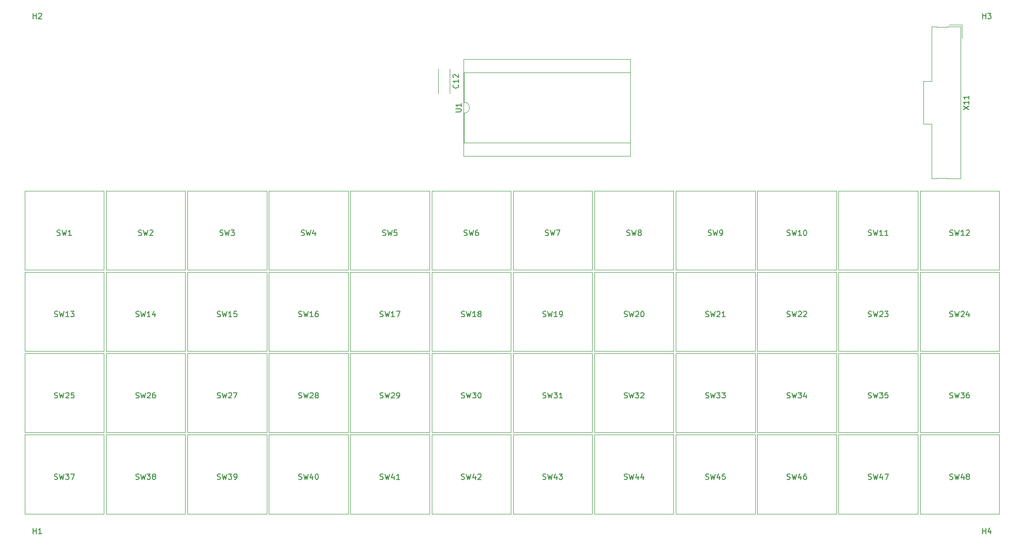
<source format=gbr>
%TF.GenerationSoftware,KiCad,Pcbnew,5.1.10*%
%TF.CreationDate,2021-12-10T20:41:03+01:00*%
%TF.ProjectId,Tastatur,54617374-6174-4757-922e-6b696361645f,rev?*%
%TF.SameCoordinates,Original*%
%TF.FileFunction,Legend,Top*%
%TF.FilePolarity,Positive*%
%FSLAX46Y46*%
G04 Gerber Fmt 4.6, Leading zero omitted, Abs format (unit mm)*
G04 Created by KiCad (PCBNEW 5.1.10) date 2021-12-10 20:41:03*
%MOMM*%
%LPD*%
G01*
G04 APERTURE LIST*
%ADD10C,0.120000*%
%ADD11C,0.150000*%
G04 APERTURE END LIST*
D10*
%TO.C,X11*%
X240160000Y-37390000D02*
X237630000Y-37390000D01*
X237630000Y-37390000D02*
X237630000Y-37520000D01*
X237630000Y-37520000D02*
X235820000Y-37520000D01*
X235820000Y-37520000D02*
X235820000Y-37390000D01*
X235820000Y-37390000D02*
X234840000Y-37390000D01*
X234840000Y-37390000D02*
X234840000Y-47510000D01*
X234840000Y-47510000D02*
X233340000Y-47510000D01*
X233340000Y-47510000D02*
X233340000Y-55350000D01*
X233340000Y-55350000D02*
X234840000Y-55350000D01*
X234840000Y-55350000D02*
X234840000Y-65470000D01*
X234840000Y-65470000D02*
X235820000Y-65470000D01*
X235820000Y-65470000D02*
X235820000Y-65340000D01*
X235820000Y-65340000D02*
X237630000Y-65340000D01*
X237630000Y-65340000D02*
X237630000Y-65470000D01*
X237630000Y-65470000D02*
X240160000Y-65470000D01*
X240160000Y-65470000D02*
X240160000Y-37390000D01*
X238050000Y-37090000D02*
X240460000Y-37090000D01*
X240460000Y-37090000D02*
X240460000Y-39500000D01*
%TO.C,U1*%
X148610000Y-43430000D02*
X148610000Y-61330000D01*
X179330000Y-43430000D02*
X148610000Y-43430000D01*
X179330000Y-61330000D02*
X179330000Y-43430000D01*
X148610000Y-61330000D02*
X179330000Y-61330000D01*
X148670000Y-45920000D02*
X148670000Y-51380000D01*
X179270000Y-45920000D02*
X148670000Y-45920000D01*
X179270000Y-58840000D02*
X179270000Y-45920000D01*
X148670000Y-58840000D02*
X179270000Y-58840000D01*
X148670000Y-53380000D02*
X148670000Y-58840000D01*
X148670000Y-51380000D02*
G75*
G02*
X148670000Y-53380000I0J-1000000D01*
G01*
%TO.C,SW48*%
X232700000Y-112700000D02*
X232700000Y-127300000D01*
X247300000Y-112700000D02*
X232700000Y-112700000D01*
X247300000Y-127300000D02*
X247300000Y-112700000D01*
X232700000Y-127300000D02*
X247300000Y-127300000D01*
%TO.C,SW47*%
X217700000Y-112700000D02*
X217700000Y-127300000D01*
X232300000Y-112700000D02*
X217700000Y-112700000D01*
X232300000Y-127300000D02*
X232300000Y-112700000D01*
X217700000Y-127300000D02*
X232300000Y-127300000D01*
%TO.C,SW46*%
X202700000Y-112700000D02*
X202700000Y-127300000D01*
X217300000Y-112700000D02*
X202700000Y-112700000D01*
X217300000Y-127300000D02*
X217300000Y-112700000D01*
X202700000Y-127300000D02*
X217300000Y-127300000D01*
%TO.C,SW45*%
X187700000Y-112700000D02*
X187700000Y-127300000D01*
X202300000Y-112700000D02*
X187700000Y-112700000D01*
X202300000Y-127300000D02*
X202300000Y-112700000D01*
X187700000Y-127300000D02*
X202300000Y-127300000D01*
%TO.C,SW44*%
X172700000Y-112700000D02*
X172700000Y-127300000D01*
X187300000Y-112700000D02*
X172700000Y-112700000D01*
X187300000Y-127300000D02*
X187300000Y-112700000D01*
X172700000Y-127300000D02*
X187300000Y-127300000D01*
%TO.C,SW43*%
X157700000Y-112700000D02*
X157700000Y-127300000D01*
X172300000Y-112700000D02*
X157700000Y-112700000D01*
X172300000Y-127300000D02*
X172300000Y-112700000D01*
X157700000Y-127300000D02*
X172300000Y-127300000D01*
%TO.C,SW42*%
X142700000Y-112700000D02*
X142700000Y-127300000D01*
X157300000Y-112700000D02*
X142700000Y-112700000D01*
X157300000Y-127300000D02*
X157300000Y-112700000D01*
X142700000Y-127300000D02*
X157300000Y-127300000D01*
%TO.C,SW41*%
X127700000Y-112700000D02*
X127700000Y-127300000D01*
X142300000Y-112700000D02*
X127700000Y-112700000D01*
X142300000Y-127300000D02*
X142300000Y-112700000D01*
X127700000Y-127300000D02*
X142300000Y-127300000D01*
%TO.C,SW40*%
X112700000Y-112700000D02*
X112700000Y-127300000D01*
X127300000Y-112700000D02*
X112700000Y-112700000D01*
X127300000Y-127300000D02*
X127300000Y-112700000D01*
X112700000Y-127300000D02*
X127300000Y-127300000D01*
%TO.C,SW39*%
X97700000Y-112700000D02*
X97700000Y-127300000D01*
X112300000Y-112700000D02*
X97700000Y-112700000D01*
X112300000Y-127300000D02*
X112300000Y-112700000D01*
X97700000Y-127300000D02*
X112300000Y-127300000D01*
%TO.C,SW38*%
X82700000Y-112700000D02*
X82700000Y-127300000D01*
X97300000Y-112700000D02*
X82700000Y-112700000D01*
X97300000Y-127300000D02*
X97300000Y-112700000D01*
X82700000Y-127300000D02*
X97300000Y-127300000D01*
%TO.C,SW37*%
X67700000Y-112700000D02*
X67700000Y-127300000D01*
X82300000Y-112700000D02*
X67700000Y-112700000D01*
X82300000Y-127300000D02*
X82300000Y-112700000D01*
X67700000Y-127300000D02*
X82300000Y-127300000D01*
%TO.C,SW36*%
X232700000Y-97700000D02*
X232700000Y-112300000D01*
X247300000Y-97700000D02*
X232700000Y-97700000D01*
X247300000Y-112300000D02*
X247300000Y-97700000D01*
X232700000Y-112300000D02*
X247300000Y-112300000D01*
%TO.C,SW35*%
X217700000Y-97700000D02*
X217700000Y-112300000D01*
X232300000Y-97700000D02*
X217700000Y-97700000D01*
X232300000Y-112300000D02*
X232300000Y-97700000D01*
X217700000Y-112300000D02*
X232300000Y-112300000D01*
%TO.C,SW34*%
X202700000Y-97700000D02*
X202700000Y-112300000D01*
X217300000Y-97700000D02*
X202700000Y-97700000D01*
X217300000Y-112300000D02*
X217300000Y-97700000D01*
X202700000Y-112300000D02*
X217300000Y-112300000D01*
%TO.C,SW33*%
X187700000Y-97700000D02*
X187700000Y-112300000D01*
X202300000Y-97700000D02*
X187700000Y-97700000D01*
X202300000Y-112300000D02*
X202300000Y-97700000D01*
X187700000Y-112300000D02*
X202300000Y-112300000D01*
%TO.C,SW32*%
X172700000Y-97700000D02*
X172700000Y-112300000D01*
X187300000Y-97700000D02*
X172700000Y-97700000D01*
X187300000Y-112300000D02*
X187300000Y-97700000D01*
X172700000Y-112300000D02*
X187300000Y-112300000D01*
%TO.C,SW31*%
X157700000Y-97700000D02*
X157700000Y-112300000D01*
X172300000Y-97700000D02*
X157700000Y-97700000D01*
X172300000Y-112300000D02*
X172300000Y-97700000D01*
X157700000Y-112300000D02*
X172300000Y-112300000D01*
%TO.C,SW30*%
X142700000Y-97700000D02*
X142700000Y-112300000D01*
X157300000Y-97700000D02*
X142700000Y-97700000D01*
X157300000Y-112300000D02*
X157300000Y-97700000D01*
X142700000Y-112300000D02*
X157300000Y-112300000D01*
%TO.C,SW29*%
X127700000Y-97700000D02*
X127700000Y-112300000D01*
X142300000Y-97700000D02*
X127700000Y-97700000D01*
X142300000Y-112300000D02*
X142300000Y-97700000D01*
X127700000Y-112300000D02*
X142300000Y-112300000D01*
%TO.C,SW28*%
X112700000Y-97700000D02*
X112700000Y-112300000D01*
X127300000Y-97700000D02*
X112700000Y-97700000D01*
X127300000Y-112300000D02*
X127300000Y-97700000D01*
X112700000Y-112300000D02*
X127300000Y-112300000D01*
%TO.C,SW27*%
X97700000Y-97700000D02*
X97700000Y-112300000D01*
X112300000Y-97700000D02*
X97700000Y-97700000D01*
X112300000Y-112300000D02*
X112300000Y-97700000D01*
X97700000Y-112300000D02*
X112300000Y-112300000D01*
%TO.C,SW26*%
X82700000Y-97700000D02*
X82700000Y-112300000D01*
X97300000Y-97700000D02*
X82700000Y-97700000D01*
X97300000Y-112300000D02*
X97300000Y-97700000D01*
X82700000Y-112300000D02*
X97300000Y-112300000D01*
%TO.C,SW25*%
X67700000Y-97700000D02*
X67700000Y-112300000D01*
X82300000Y-97700000D02*
X67700000Y-97700000D01*
X82300000Y-112300000D02*
X82300000Y-97700000D01*
X67700000Y-112300000D02*
X82300000Y-112300000D01*
%TO.C,SW24*%
X232700000Y-82700000D02*
X232700000Y-97300000D01*
X247300000Y-82700000D02*
X232700000Y-82700000D01*
X247300000Y-97300000D02*
X247300000Y-82700000D01*
X232700000Y-97300000D02*
X247300000Y-97300000D01*
%TO.C,SW23*%
X217700000Y-82700000D02*
X217700000Y-97300000D01*
X232300000Y-82700000D02*
X217700000Y-82700000D01*
X232300000Y-97300000D02*
X232300000Y-82700000D01*
X217700000Y-97300000D02*
X232300000Y-97300000D01*
%TO.C,SW22*%
X202700000Y-82700000D02*
X202700000Y-97300000D01*
X217300000Y-82700000D02*
X202700000Y-82700000D01*
X217300000Y-97300000D02*
X217300000Y-82700000D01*
X202700000Y-97300000D02*
X217300000Y-97300000D01*
%TO.C,SW21*%
X187700000Y-82700000D02*
X187700000Y-97300000D01*
X202300000Y-82700000D02*
X187700000Y-82700000D01*
X202300000Y-97300000D02*
X202300000Y-82700000D01*
X187700000Y-97300000D02*
X202300000Y-97300000D01*
%TO.C,SW20*%
X172700000Y-82700000D02*
X172700000Y-97300000D01*
X187300000Y-82700000D02*
X172700000Y-82700000D01*
X187300000Y-97300000D02*
X187300000Y-82700000D01*
X172700000Y-97300000D02*
X187300000Y-97300000D01*
%TO.C,SW19*%
X157700000Y-82700000D02*
X157700000Y-97300000D01*
X172300000Y-82700000D02*
X157700000Y-82700000D01*
X172300000Y-97300000D02*
X172300000Y-82700000D01*
X157700000Y-97300000D02*
X172300000Y-97300000D01*
%TO.C,SW18*%
X142700000Y-82700000D02*
X142700000Y-97300000D01*
X157300000Y-82700000D02*
X142700000Y-82700000D01*
X157300000Y-97300000D02*
X157300000Y-82700000D01*
X142700000Y-97300000D02*
X157300000Y-97300000D01*
%TO.C,SW17*%
X127700000Y-82700000D02*
X127700000Y-97300000D01*
X142300000Y-82700000D02*
X127700000Y-82700000D01*
X142300000Y-97300000D02*
X142300000Y-82700000D01*
X127700000Y-97300000D02*
X142300000Y-97300000D01*
%TO.C,SW16*%
X112700000Y-82700000D02*
X112700000Y-97300000D01*
X127300000Y-82700000D02*
X112700000Y-82700000D01*
X127300000Y-97300000D02*
X127300000Y-82700000D01*
X112700000Y-97300000D02*
X127300000Y-97300000D01*
%TO.C,SW15*%
X97700000Y-82700000D02*
X97700000Y-97300000D01*
X112300000Y-82700000D02*
X97700000Y-82700000D01*
X112300000Y-97300000D02*
X112300000Y-82700000D01*
X97700000Y-97300000D02*
X112300000Y-97300000D01*
%TO.C,SW14*%
X82700000Y-82700000D02*
X82700000Y-97300000D01*
X97300000Y-82700000D02*
X82700000Y-82700000D01*
X97300000Y-97300000D02*
X97300000Y-82700000D01*
X82700000Y-97300000D02*
X97300000Y-97300000D01*
%TO.C,SW13*%
X67700000Y-82700000D02*
X67700000Y-97300000D01*
X82300000Y-82700000D02*
X67700000Y-82700000D01*
X82300000Y-97300000D02*
X82300000Y-82700000D01*
X67700000Y-97300000D02*
X82300000Y-97300000D01*
%TO.C,SW12*%
X232700000Y-67700000D02*
X232700000Y-82300000D01*
X247300000Y-67700000D02*
X232700000Y-67700000D01*
X247300000Y-82300000D02*
X247300000Y-67700000D01*
X232700000Y-82300000D02*
X247300000Y-82300000D01*
%TO.C,SW11*%
X217700000Y-67700000D02*
X217700000Y-82300000D01*
X232300000Y-67700000D02*
X217700000Y-67700000D01*
X232300000Y-82300000D02*
X232300000Y-67700000D01*
X217700000Y-82300000D02*
X232300000Y-82300000D01*
%TO.C,SW10*%
X202700000Y-67700000D02*
X202700000Y-82300000D01*
X217300000Y-67700000D02*
X202700000Y-67700000D01*
X217300000Y-82300000D02*
X217300000Y-67700000D01*
X202700000Y-82300000D02*
X217300000Y-82300000D01*
%TO.C,SW9*%
X187700000Y-67700000D02*
X187700000Y-82300000D01*
X202300000Y-67700000D02*
X187700000Y-67700000D01*
X202300000Y-82300000D02*
X202300000Y-67700000D01*
X187700000Y-82300000D02*
X202300000Y-82300000D01*
%TO.C,SW8*%
X172700000Y-67700000D02*
X172700000Y-82300000D01*
X187300000Y-67700000D02*
X172700000Y-67700000D01*
X187300000Y-82300000D02*
X187300000Y-67700000D01*
X172700000Y-82300000D02*
X187300000Y-82300000D01*
%TO.C,SW7*%
X157700000Y-67700000D02*
X157700000Y-82300000D01*
X172300000Y-67700000D02*
X157700000Y-67700000D01*
X172300000Y-82300000D02*
X172300000Y-67700000D01*
X157700000Y-82300000D02*
X172300000Y-82300000D01*
%TO.C,SW6*%
X142700000Y-67700000D02*
X142700000Y-82300000D01*
X157300000Y-67700000D02*
X142700000Y-67700000D01*
X157300000Y-82300000D02*
X157300000Y-67700000D01*
X142700000Y-82300000D02*
X157300000Y-82300000D01*
%TO.C,SW5*%
X127700000Y-67700000D02*
X127700000Y-82300000D01*
X142300000Y-67700000D02*
X127700000Y-67700000D01*
X142300000Y-82300000D02*
X142300000Y-67700000D01*
X127700000Y-82300000D02*
X142300000Y-82300000D01*
%TO.C,SW4*%
X112700000Y-67700000D02*
X112700000Y-82300000D01*
X127300000Y-67700000D02*
X112700000Y-67700000D01*
X127300000Y-82300000D02*
X127300000Y-67700000D01*
X112700000Y-82300000D02*
X127300000Y-82300000D01*
%TO.C,SW3*%
X97700000Y-67700000D02*
X97700000Y-82300000D01*
X112300000Y-67700000D02*
X97700000Y-67700000D01*
X112300000Y-82300000D02*
X112300000Y-67700000D01*
X97700000Y-82300000D02*
X112300000Y-82300000D01*
%TO.C,SW2*%
X82700000Y-67700000D02*
X82700000Y-82300000D01*
X97300000Y-67700000D02*
X82700000Y-67700000D01*
X97300000Y-82300000D02*
X97300000Y-67700000D01*
X82700000Y-82300000D02*
X97300000Y-82300000D01*
%TO.C,SW1*%
X67700000Y-67700000D02*
X67700000Y-82300000D01*
X82300000Y-67700000D02*
X67700000Y-67700000D01*
X82300000Y-82300000D02*
X82300000Y-67700000D01*
X67700000Y-82300000D02*
X82300000Y-82300000D01*
%TO.C,C12*%
X143945000Y-49770000D02*
X143930000Y-49770000D01*
X146070000Y-49770000D02*
X146055000Y-49770000D01*
X143945000Y-45230000D02*
X143930000Y-45230000D01*
X146070000Y-45230000D02*
X146055000Y-45230000D01*
X143930000Y-45230000D02*
X143930000Y-49770000D01*
X146070000Y-45230000D02*
X146070000Y-49770000D01*
%TO.C,X11*%
D11*
X240702380Y-52715714D02*
X241702380Y-52049047D01*
X240702380Y-52049047D02*
X241702380Y-52715714D01*
X241702380Y-51144285D02*
X241702380Y-51715714D01*
X241702380Y-51430000D02*
X240702380Y-51430000D01*
X240845238Y-51525238D01*
X240940476Y-51620476D01*
X240988095Y-51715714D01*
X241702380Y-50191904D02*
X241702380Y-50763333D01*
X241702380Y-50477619D02*
X240702380Y-50477619D01*
X240845238Y-50572857D01*
X240940476Y-50668095D01*
X240988095Y-50763333D01*
%TO.C,H4*%
X244238095Y-130952380D02*
X244238095Y-129952380D01*
X244238095Y-130428571D02*
X244809523Y-130428571D01*
X244809523Y-130952380D02*
X244809523Y-129952380D01*
X245714285Y-130285714D02*
X245714285Y-130952380D01*
X245476190Y-129904761D02*
X245238095Y-130619047D01*
X245857142Y-130619047D01*
%TO.C,H3*%
X244238095Y-35952380D02*
X244238095Y-34952380D01*
X244238095Y-35428571D02*
X244809523Y-35428571D01*
X244809523Y-35952380D02*
X244809523Y-34952380D01*
X245190476Y-34952380D02*
X245809523Y-34952380D01*
X245476190Y-35333333D01*
X245619047Y-35333333D01*
X245714285Y-35380952D01*
X245761904Y-35428571D01*
X245809523Y-35523809D01*
X245809523Y-35761904D01*
X245761904Y-35857142D01*
X245714285Y-35904761D01*
X245619047Y-35952380D01*
X245333333Y-35952380D01*
X245238095Y-35904761D01*
X245190476Y-35857142D01*
%TO.C,H2*%
X69238095Y-35952380D02*
X69238095Y-34952380D01*
X69238095Y-35428571D02*
X69809523Y-35428571D01*
X69809523Y-35952380D02*
X69809523Y-34952380D01*
X70238095Y-35047619D02*
X70285714Y-35000000D01*
X70380952Y-34952380D01*
X70619047Y-34952380D01*
X70714285Y-35000000D01*
X70761904Y-35047619D01*
X70809523Y-35142857D01*
X70809523Y-35238095D01*
X70761904Y-35380952D01*
X70190476Y-35952380D01*
X70809523Y-35952380D01*
%TO.C,H1*%
X69238095Y-130952380D02*
X69238095Y-129952380D01*
X69238095Y-130428571D02*
X69809523Y-130428571D01*
X69809523Y-130952380D02*
X69809523Y-129952380D01*
X70809523Y-130952380D02*
X70238095Y-130952380D01*
X70523809Y-130952380D02*
X70523809Y-129952380D01*
X70428571Y-130095238D01*
X70333333Y-130190476D01*
X70238095Y-130238095D01*
%TO.C,U1*%
X147122380Y-53141904D02*
X147931904Y-53141904D01*
X148027142Y-53094285D01*
X148074761Y-53046666D01*
X148122380Y-52951428D01*
X148122380Y-52760952D01*
X148074761Y-52665714D01*
X148027142Y-52618095D01*
X147931904Y-52570476D01*
X147122380Y-52570476D01*
X148122380Y-51570476D02*
X148122380Y-52141904D01*
X148122380Y-51856190D02*
X147122380Y-51856190D01*
X147265238Y-51951428D01*
X147360476Y-52046666D01*
X147408095Y-52141904D01*
%TO.C,SW48*%
X238190476Y-120904761D02*
X238333333Y-120952380D01*
X238571428Y-120952380D01*
X238666666Y-120904761D01*
X238714285Y-120857142D01*
X238761904Y-120761904D01*
X238761904Y-120666666D01*
X238714285Y-120571428D01*
X238666666Y-120523809D01*
X238571428Y-120476190D01*
X238380952Y-120428571D01*
X238285714Y-120380952D01*
X238238095Y-120333333D01*
X238190476Y-120238095D01*
X238190476Y-120142857D01*
X238238095Y-120047619D01*
X238285714Y-120000000D01*
X238380952Y-119952380D01*
X238619047Y-119952380D01*
X238761904Y-120000000D01*
X239095238Y-119952380D02*
X239333333Y-120952380D01*
X239523809Y-120238095D01*
X239714285Y-120952380D01*
X239952380Y-119952380D01*
X240761904Y-120285714D02*
X240761904Y-120952380D01*
X240523809Y-119904761D02*
X240285714Y-120619047D01*
X240904761Y-120619047D01*
X241428571Y-120380952D02*
X241333333Y-120333333D01*
X241285714Y-120285714D01*
X241238095Y-120190476D01*
X241238095Y-120142857D01*
X241285714Y-120047619D01*
X241333333Y-120000000D01*
X241428571Y-119952380D01*
X241619047Y-119952380D01*
X241714285Y-120000000D01*
X241761904Y-120047619D01*
X241809523Y-120142857D01*
X241809523Y-120190476D01*
X241761904Y-120285714D01*
X241714285Y-120333333D01*
X241619047Y-120380952D01*
X241428571Y-120380952D01*
X241333333Y-120428571D01*
X241285714Y-120476190D01*
X241238095Y-120571428D01*
X241238095Y-120761904D01*
X241285714Y-120857142D01*
X241333333Y-120904761D01*
X241428571Y-120952380D01*
X241619047Y-120952380D01*
X241714285Y-120904761D01*
X241761904Y-120857142D01*
X241809523Y-120761904D01*
X241809523Y-120571428D01*
X241761904Y-120476190D01*
X241714285Y-120428571D01*
X241619047Y-120380952D01*
%TO.C,SW47*%
X223190476Y-120904761D02*
X223333333Y-120952380D01*
X223571428Y-120952380D01*
X223666666Y-120904761D01*
X223714285Y-120857142D01*
X223761904Y-120761904D01*
X223761904Y-120666666D01*
X223714285Y-120571428D01*
X223666666Y-120523809D01*
X223571428Y-120476190D01*
X223380952Y-120428571D01*
X223285714Y-120380952D01*
X223238095Y-120333333D01*
X223190476Y-120238095D01*
X223190476Y-120142857D01*
X223238095Y-120047619D01*
X223285714Y-120000000D01*
X223380952Y-119952380D01*
X223619047Y-119952380D01*
X223761904Y-120000000D01*
X224095238Y-119952380D02*
X224333333Y-120952380D01*
X224523809Y-120238095D01*
X224714285Y-120952380D01*
X224952380Y-119952380D01*
X225761904Y-120285714D02*
X225761904Y-120952380D01*
X225523809Y-119904761D02*
X225285714Y-120619047D01*
X225904761Y-120619047D01*
X226190476Y-119952380D02*
X226857142Y-119952380D01*
X226428571Y-120952380D01*
%TO.C,SW46*%
X208190476Y-120904761D02*
X208333333Y-120952380D01*
X208571428Y-120952380D01*
X208666666Y-120904761D01*
X208714285Y-120857142D01*
X208761904Y-120761904D01*
X208761904Y-120666666D01*
X208714285Y-120571428D01*
X208666666Y-120523809D01*
X208571428Y-120476190D01*
X208380952Y-120428571D01*
X208285714Y-120380952D01*
X208238095Y-120333333D01*
X208190476Y-120238095D01*
X208190476Y-120142857D01*
X208238095Y-120047619D01*
X208285714Y-120000000D01*
X208380952Y-119952380D01*
X208619047Y-119952380D01*
X208761904Y-120000000D01*
X209095238Y-119952380D02*
X209333333Y-120952380D01*
X209523809Y-120238095D01*
X209714285Y-120952380D01*
X209952380Y-119952380D01*
X210761904Y-120285714D02*
X210761904Y-120952380D01*
X210523809Y-119904761D02*
X210285714Y-120619047D01*
X210904761Y-120619047D01*
X211714285Y-119952380D02*
X211523809Y-119952380D01*
X211428571Y-120000000D01*
X211380952Y-120047619D01*
X211285714Y-120190476D01*
X211238095Y-120380952D01*
X211238095Y-120761904D01*
X211285714Y-120857142D01*
X211333333Y-120904761D01*
X211428571Y-120952380D01*
X211619047Y-120952380D01*
X211714285Y-120904761D01*
X211761904Y-120857142D01*
X211809523Y-120761904D01*
X211809523Y-120523809D01*
X211761904Y-120428571D01*
X211714285Y-120380952D01*
X211619047Y-120333333D01*
X211428571Y-120333333D01*
X211333333Y-120380952D01*
X211285714Y-120428571D01*
X211238095Y-120523809D01*
%TO.C,SW45*%
X193190476Y-120904761D02*
X193333333Y-120952380D01*
X193571428Y-120952380D01*
X193666666Y-120904761D01*
X193714285Y-120857142D01*
X193761904Y-120761904D01*
X193761904Y-120666666D01*
X193714285Y-120571428D01*
X193666666Y-120523809D01*
X193571428Y-120476190D01*
X193380952Y-120428571D01*
X193285714Y-120380952D01*
X193238095Y-120333333D01*
X193190476Y-120238095D01*
X193190476Y-120142857D01*
X193238095Y-120047619D01*
X193285714Y-120000000D01*
X193380952Y-119952380D01*
X193619047Y-119952380D01*
X193761904Y-120000000D01*
X194095238Y-119952380D02*
X194333333Y-120952380D01*
X194523809Y-120238095D01*
X194714285Y-120952380D01*
X194952380Y-119952380D01*
X195761904Y-120285714D02*
X195761904Y-120952380D01*
X195523809Y-119904761D02*
X195285714Y-120619047D01*
X195904761Y-120619047D01*
X196761904Y-119952380D02*
X196285714Y-119952380D01*
X196238095Y-120428571D01*
X196285714Y-120380952D01*
X196380952Y-120333333D01*
X196619047Y-120333333D01*
X196714285Y-120380952D01*
X196761904Y-120428571D01*
X196809523Y-120523809D01*
X196809523Y-120761904D01*
X196761904Y-120857142D01*
X196714285Y-120904761D01*
X196619047Y-120952380D01*
X196380952Y-120952380D01*
X196285714Y-120904761D01*
X196238095Y-120857142D01*
%TO.C,SW44*%
X178190476Y-120904761D02*
X178333333Y-120952380D01*
X178571428Y-120952380D01*
X178666666Y-120904761D01*
X178714285Y-120857142D01*
X178761904Y-120761904D01*
X178761904Y-120666666D01*
X178714285Y-120571428D01*
X178666666Y-120523809D01*
X178571428Y-120476190D01*
X178380952Y-120428571D01*
X178285714Y-120380952D01*
X178238095Y-120333333D01*
X178190476Y-120238095D01*
X178190476Y-120142857D01*
X178238095Y-120047619D01*
X178285714Y-120000000D01*
X178380952Y-119952380D01*
X178619047Y-119952380D01*
X178761904Y-120000000D01*
X179095238Y-119952380D02*
X179333333Y-120952380D01*
X179523809Y-120238095D01*
X179714285Y-120952380D01*
X179952380Y-119952380D01*
X180761904Y-120285714D02*
X180761904Y-120952380D01*
X180523809Y-119904761D02*
X180285714Y-120619047D01*
X180904761Y-120619047D01*
X181714285Y-120285714D02*
X181714285Y-120952380D01*
X181476190Y-119904761D02*
X181238095Y-120619047D01*
X181857142Y-120619047D01*
%TO.C,SW43*%
X163190476Y-120904761D02*
X163333333Y-120952380D01*
X163571428Y-120952380D01*
X163666666Y-120904761D01*
X163714285Y-120857142D01*
X163761904Y-120761904D01*
X163761904Y-120666666D01*
X163714285Y-120571428D01*
X163666666Y-120523809D01*
X163571428Y-120476190D01*
X163380952Y-120428571D01*
X163285714Y-120380952D01*
X163238095Y-120333333D01*
X163190476Y-120238095D01*
X163190476Y-120142857D01*
X163238095Y-120047619D01*
X163285714Y-120000000D01*
X163380952Y-119952380D01*
X163619047Y-119952380D01*
X163761904Y-120000000D01*
X164095238Y-119952380D02*
X164333333Y-120952380D01*
X164523809Y-120238095D01*
X164714285Y-120952380D01*
X164952380Y-119952380D01*
X165761904Y-120285714D02*
X165761904Y-120952380D01*
X165523809Y-119904761D02*
X165285714Y-120619047D01*
X165904761Y-120619047D01*
X166190476Y-119952380D02*
X166809523Y-119952380D01*
X166476190Y-120333333D01*
X166619047Y-120333333D01*
X166714285Y-120380952D01*
X166761904Y-120428571D01*
X166809523Y-120523809D01*
X166809523Y-120761904D01*
X166761904Y-120857142D01*
X166714285Y-120904761D01*
X166619047Y-120952380D01*
X166333333Y-120952380D01*
X166238095Y-120904761D01*
X166190476Y-120857142D01*
%TO.C,SW42*%
X148190476Y-120904761D02*
X148333333Y-120952380D01*
X148571428Y-120952380D01*
X148666666Y-120904761D01*
X148714285Y-120857142D01*
X148761904Y-120761904D01*
X148761904Y-120666666D01*
X148714285Y-120571428D01*
X148666666Y-120523809D01*
X148571428Y-120476190D01*
X148380952Y-120428571D01*
X148285714Y-120380952D01*
X148238095Y-120333333D01*
X148190476Y-120238095D01*
X148190476Y-120142857D01*
X148238095Y-120047619D01*
X148285714Y-120000000D01*
X148380952Y-119952380D01*
X148619047Y-119952380D01*
X148761904Y-120000000D01*
X149095238Y-119952380D02*
X149333333Y-120952380D01*
X149523809Y-120238095D01*
X149714285Y-120952380D01*
X149952380Y-119952380D01*
X150761904Y-120285714D02*
X150761904Y-120952380D01*
X150523809Y-119904761D02*
X150285714Y-120619047D01*
X150904761Y-120619047D01*
X151238095Y-120047619D02*
X151285714Y-120000000D01*
X151380952Y-119952380D01*
X151619047Y-119952380D01*
X151714285Y-120000000D01*
X151761904Y-120047619D01*
X151809523Y-120142857D01*
X151809523Y-120238095D01*
X151761904Y-120380952D01*
X151190476Y-120952380D01*
X151809523Y-120952380D01*
%TO.C,SW41*%
X133190476Y-120904761D02*
X133333333Y-120952380D01*
X133571428Y-120952380D01*
X133666666Y-120904761D01*
X133714285Y-120857142D01*
X133761904Y-120761904D01*
X133761904Y-120666666D01*
X133714285Y-120571428D01*
X133666666Y-120523809D01*
X133571428Y-120476190D01*
X133380952Y-120428571D01*
X133285714Y-120380952D01*
X133238095Y-120333333D01*
X133190476Y-120238095D01*
X133190476Y-120142857D01*
X133238095Y-120047619D01*
X133285714Y-120000000D01*
X133380952Y-119952380D01*
X133619047Y-119952380D01*
X133761904Y-120000000D01*
X134095238Y-119952380D02*
X134333333Y-120952380D01*
X134523809Y-120238095D01*
X134714285Y-120952380D01*
X134952380Y-119952380D01*
X135761904Y-120285714D02*
X135761904Y-120952380D01*
X135523809Y-119904761D02*
X135285714Y-120619047D01*
X135904761Y-120619047D01*
X136809523Y-120952380D02*
X136238095Y-120952380D01*
X136523809Y-120952380D02*
X136523809Y-119952380D01*
X136428571Y-120095238D01*
X136333333Y-120190476D01*
X136238095Y-120238095D01*
%TO.C,SW40*%
X118190476Y-120904761D02*
X118333333Y-120952380D01*
X118571428Y-120952380D01*
X118666666Y-120904761D01*
X118714285Y-120857142D01*
X118761904Y-120761904D01*
X118761904Y-120666666D01*
X118714285Y-120571428D01*
X118666666Y-120523809D01*
X118571428Y-120476190D01*
X118380952Y-120428571D01*
X118285714Y-120380952D01*
X118238095Y-120333333D01*
X118190476Y-120238095D01*
X118190476Y-120142857D01*
X118238095Y-120047619D01*
X118285714Y-120000000D01*
X118380952Y-119952380D01*
X118619047Y-119952380D01*
X118761904Y-120000000D01*
X119095238Y-119952380D02*
X119333333Y-120952380D01*
X119523809Y-120238095D01*
X119714285Y-120952380D01*
X119952380Y-119952380D01*
X120761904Y-120285714D02*
X120761904Y-120952380D01*
X120523809Y-119904761D02*
X120285714Y-120619047D01*
X120904761Y-120619047D01*
X121476190Y-119952380D02*
X121571428Y-119952380D01*
X121666666Y-120000000D01*
X121714285Y-120047619D01*
X121761904Y-120142857D01*
X121809523Y-120333333D01*
X121809523Y-120571428D01*
X121761904Y-120761904D01*
X121714285Y-120857142D01*
X121666666Y-120904761D01*
X121571428Y-120952380D01*
X121476190Y-120952380D01*
X121380952Y-120904761D01*
X121333333Y-120857142D01*
X121285714Y-120761904D01*
X121238095Y-120571428D01*
X121238095Y-120333333D01*
X121285714Y-120142857D01*
X121333333Y-120047619D01*
X121380952Y-120000000D01*
X121476190Y-119952380D01*
%TO.C,SW39*%
X103190476Y-120904761D02*
X103333333Y-120952380D01*
X103571428Y-120952380D01*
X103666666Y-120904761D01*
X103714285Y-120857142D01*
X103761904Y-120761904D01*
X103761904Y-120666666D01*
X103714285Y-120571428D01*
X103666666Y-120523809D01*
X103571428Y-120476190D01*
X103380952Y-120428571D01*
X103285714Y-120380952D01*
X103238095Y-120333333D01*
X103190476Y-120238095D01*
X103190476Y-120142857D01*
X103238095Y-120047619D01*
X103285714Y-120000000D01*
X103380952Y-119952380D01*
X103619047Y-119952380D01*
X103761904Y-120000000D01*
X104095238Y-119952380D02*
X104333333Y-120952380D01*
X104523809Y-120238095D01*
X104714285Y-120952380D01*
X104952380Y-119952380D01*
X105238095Y-119952380D02*
X105857142Y-119952380D01*
X105523809Y-120333333D01*
X105666666Y-120333333D01*
X105761904Y-120380952D01*
X105809523Y-120428571D01*
X105857142Y-120523809D01*
X105857142Y-120761904D01*
X105809523Y-120857142D01*
X105761904Y-120904761D01*
X105666666Y-120952380D01*
X105380952Y-120952380D01*
X105285714Y-120904761D01*
X105238095Y-120857142D01*
X106333333Y-120952380D02*
X106523809Y-120952380D01*
X106619047Y-120904761D01*
X106666666Y-120857142D01*
X106761904Y-120714285D01*
X106809523Y-120523809D01*
X106809523Y-120142857D01*
X106761904Y-120047619D01*
X106714285Y-120000000D01*
X106619047Y-119952380D01*
X106428571Y-119952380D01*
X106333333Y-120000000D01*
X106285714Y-120047619D01*
X106238095Y-120142857D01*
X106238095Y-120380952D01*
X106285714Y-120476190D01*
X106333333Y-120523809D01*
X106428571Y-120571428D01*
X106619047Y-120571428D01*
X106714285Y-120523809D01*
X106761904Y-120476190D01*
X106809523Y-120380952D01*
%TO.C,SW38*%
X88190476Y-120904761D02*
X88333333Y-120952380D01*
X88571428Y-120952380D01*
X88666666Y-120904761D01*
X88714285Y-120857142D01*
X88761904Y-120761904D01*
X88761904Y-120666666D01*
X88714285Y-120571428D01*
X88666666Y-120523809D01*
X88571428Y-120476190D01*
X88380952Y-120428571D01*
X88285714Y-120380952D01*
X88238095Y-120333333D01*
X88190476Y-120238095D01*
X88190476Y-120142857D01*
X88238095Y-120047619D01*
X88285714Y-120000000D01*
X88380952Y-119952380D01*
X88619047Y-119952380D01*
X88761904Y-120000000D01*
X89095238Y-119952380D02*
X89333333Y-120952380D01*
X89523809Y-120238095D01*
X89714285Y-120952380D01*
X89952380Y-119952380D01*
X90238095Y-119952380D02*
X90857142Y-119952380D01*
X90523809Y-120333333D01*
X90666666Y-120333333D01*
X90761904Y-120380952D01*
X90809523Y-120428571D01*
X90857142Y-120523809D01*
X90857142Y-120761904D01*
X90809523Y-120857142D01*
X90761904Y-120904761D01*
X90666666Y-120952380D01*
X90380952Y-120952380D01*
X90285714Y-120904761D01*
X90238095Y-120857142D01*
X91428571Y-120380952D02*
X91333333Y-120333333D01*
X91285714Y-120285714D01*
X91238095Y-120190476D01*
X91238095Y-120142857D01*
X91285714Y-120047619D01*
X91333333Y-120000000D01*
X91428571Y-119952380D01*
X91619047Y-119952380D01*
X91714285Y-120000000D01*
X91761904Y-120047619D01*
X91809523Y-120142857D01*
X91809523Y-120190476D01*
X91761904Y-120285714D01*
X91714285Y-120333333D01*
X91619047Y-120380952D01*
X91428571Y-120380952D01*
X91333333Y-120428571D01*
X91285714Y-120476190D01*
X91238095Y-120571428D01*
X91238095Y-120761904D01*
X91285714Y-120857142D01*
X91333333Y-120904761D01*
X91428571Y-120952380D01*
X91619047Y-120952380D01*
X91714285Y-120904761D01*
X91761904Y-120857142D01*
X91809523Y-120761904D01*
X91809523Y-120571428D01*
X91761904Y-120476190D01*
X91714285Y-120428571D01*
X91619047Y-120380952D01*
%TO.C,SW37*%
X73190476Y-120904761D02*
X73333333Y-120952380D01*
X73571428Y-120952380D01*
X73666666Y-120904761D01*
X73714285Y-120857142D01*
X73761904Y-120761904D01*
X73761904Y-120666666D01*
X73714285Y-120571428D01*
X73666666Y-120523809D01*
X73571428Y-120476190D01*
X73380952Y-120428571D01*
X73285714Y-120380952D01*
X73238095Y-120333333D01*
X73190476Y-120238095D01*
X73190476Y-120142857D01*
X73238095Y-120047619D01*
X73285714Y-120000000D01*
X73380952Y-119952380D01*
X73619047Y-119952380D01*
X73761904Y-120000000D01*
X74095238Y-119952380D02*
X74333333Y-120952380D01*
X74523809Y-120238095D01*
X74714285Y-120952380D01*
X74952380Y-119952380D01*
X75238095Y-119952380D02*
X75857142Y-119952380D01*
X75523809Y-120333333D01*
X75666666Y-120333333D01*
X75761904Y-120380952D01*
X75809523Y-120428571D01*
X75857142Y-120523809D01*
X75857142Y-120761904D01*
X75809523Y-120857142D01*
X75761904Y-120904761D01*
X75666666Y-120952380D01*
X75380952Y-120952380D01*
X75285714Y-120904761D01*
X75238095Y-120857142D01*
X76190476Y-119952380D02*
X76857142Y-119952380D01*
X76428571Y-120952380D01*
%TO.C,SW36*%
X238190476Y-105904761D02*
X238333333Y-105952380D01*
X238571428Y-105952380D01*
X238666666Y-105904761D01*
X238714285Y-105857142D01*
X238761904Y-105761904D01*
X238761904Y-105666666D01*
X238714285Y-105571428D01*
X238666666Y-105523809D01*
X238571428Y-105476190D01*
X238380952Y-105428571D01*
X238285714Y-105380952D01*
X238238095Y-105333333D01*
X238190476Y-105238095D01*
X238190476Y-105142857D01*
X238238095Y-105047619D01*
X238285714Y-105000000D01*
X238380952Y-104952380D01*
X238619047Y-104952380D01*
X238761904Y-105000000D01*
X239095238Y-104952380D02*
X239333333Y-105952380D01*
X239523809Y-105238095D01*
X239714285Y-105952380D01*
X239952380Y-104952380D01*
X240238095Y-104952380D02*
X240857142Y-104952380D01*
X240523809Y-105333333D01*
X240666666Y-105333333D01*
X240761904Y-105380952D01*
X240809523Y-105428571D01*
X240857142Y-105523809D01*
X240857142Y-105761904D01*
X240809523Y-105857142D01*
X240761904Y-105904761D01*
X240666666Y-105952380D01*
X240380952Y-105952380D01*
X240285714Y-105904761D01*
X240238095Y-105857142D01*
X241714285Y-104952380D02*
X241523809Y-104952380D01*
X241428571Y-105000000D01*
X241380952Y-105047619D01*
X241285714Y-105190476D01*
X241238095Y-105380952D01*
X241238095Y-105761904D01*
X241285714Y-105857142D01*
X241333333Y-105904761D01*
X241428571Y-105952380D01*
X241619047Y-105952380D01*
X241714285Y-105904761D01*
X241761904Y-105857142D01*
X241809523Y-105761904D01*
X241809523Y-105523809D01*
X241761904Y-105428571D01*
X241714285Y-105380952D01*
X241619047Y-105333333D01*
X241428571Y-105333333D01*
X241333333Y-105380952D01*
X241285714Y-105428571D01*
X241238095Y-105523809D01*
%TO.C,SW35*%
X223190476Y-105904761D02*
X223333333Y-105952380D01*
X223571428Y-105952380D01*
X223666666Y-105904761D01*
X223714285Y-105857142D01*
X223761904Y-105761904D01*
X223761904Y-105666666D01*
X223714285Y-105571428D01*
X223666666Y-105523809D01*
X223571428Y-105476190D01*
X223380952Y-105428571D01*
X223285714Y-105380952D01*
X223238095Y-105333333D01*
X223190476Y-105238095D01*
X223190476Y-105142857D01*
X223238095Y-105047619D01*
X223285714Y-105000000D01*
X223380952Y-104952380D01*
X223619047Y-104952380D01*
X223761904Y-105000000D01*
X224095238Y-104952380D02*
X224333333Y-105952380D01*
X224523809Y-105238095D01*
X224714285Y-105952380D01*
X224952380Y-104952380D01*
X225238095Y-104952380D02*
X225857142Y-104952380D01*
X225523809Y-105333333D01*
X225666666Y-105333333D01*
X225761904Y-105380952D01*
X225809523Y-105428571D01*
X225857142Y-105523809D01*
X225857142Y-105761904D01*
X225809523Y-105857142D01*
X225761904Y-105904761D01*
X225666666Y-105952380D01*
X225380952Y-105952380D01*
X225285714Y-105904761D01*
X225238095Y-105857142D01*
X226761904Y-104952380D02*
X226285714Y-104952380D01*
X226238095Y-105428571D01*
X226285714Y-105380952D01*
X226380952Y-105333333D01*
X226619047Y-105333333D01*
X226714285Y-105380952D01*
X226761904Y-105428571D01*
X226809523Y-105523809D01*
X226809523Y-105761904D01*
X226761904Y-105857142D01*
X226714285Y-105904761D01*
X226619047Y-105952380D01*
X226380952Y-105952380D01*
X226285714Y-105904761D01*
X226238095Y-105857142D01*
%TO.C,SW34*%
X208190476Y-105904761D02*
X208333333Y-105952380D01*
X208571428Y-105952380D01*
X208666666Y-105904761D01*
X208714285Y-105857142D01*
X208761904Y-105761904D01*
X208761904Y-105666666D01*
X208714285Y-105571428D01*
X208666666Y-105523809D01*
X208571428Y-105476190D01*
X208380952Y-105428571D01*
X208285714Y-105380952D01*
X208238095Y-105333333D01*
X208190476Y-105238095D01*
X208190476Y-105142857D01*
X208238095Y-105047619D01*
X208285714Y-105000000D01*
X208380952Y-104952380D01*
X208619047Y-104952380D01*
X208761904Y-105000000D01*
X209095238Y-104952380D02*
X209333333Y-105952380D01*
X209523809Y-105238095D01*
X209714285Y-105952380D01*
X209952380Y-104952380D01*
X210238095Y-104952380D02*
X210857142Y-104952380D01*
X210523809Y-105333333D01*
X210666666Y-105333333D01*
X210761904Y-105380952D01*
X210809523Y-105428571D01*
X210857142Y-105523809D01*
X210857142Y-105761904D01*
X210809523Y-105857142D01*
X210761904Y-105904761D01*
X210666666Y-105952380D01*
X210380952Y-105952380D01*
X210285714Y-105904761D01*
X210238095Y-105857142D01*
X211714285Y-105285714D02*
X211714285Y-105952380D01*
X211476190Y-104904761D02*
X211238095Y-105619047D01*
X211857142Y-105619047D01*
%TO.C,SW33*%
X193190476Y-105904761D02*
X193333333Y-105952380D01*
X193571428Y-105952380D01*
X193666666Y-105904761D01*
X193714285Y-105857142D01*
X193761904Y-105761904D01*
X193761904Y-105666666D01*
X193714285Y-105571428D01*
X193666666Y-105523809D01*
X193571428Y-105476190D01*
X193380952Y-105428571D01*
X193285714Y-105380952D01*
X193238095Y-105333333D01*
X193190476Y-105238095D01*
X193190476Y-105142857D01*
X193238095Y-105047619D01*
X193285714Y-105000000D01*
X193380952Y-104952380D01*
X193619047Y-104952380D01*
X193761904Y-105000000D01*
X194095238Y-104952380D02*
X194333333Y-105952380D01*
X194523809Y-105238095D01*
X194714285Y-105952380D01*
X194952380Y-104952380D01*
X195238095Y-104952380D02*
X195857142Y-104952380D01*
X195523809Y-105333333D01*
X195666666Y-105333333D01*
X195761904Y-105380952D01*
X195809523Y-105428571D01*
X195857142Y-105523809D01*
X195857142Y-105761904D01*
X195809523Y-105857142D01*
X195761904Y-105904761D01*
X195666666Y-105952380D01*
X195380952Y-105952380D01*
X195285714Y-105904761D01*
X195238095Y-105857142D01*
X196190476Y-104952380D02*
X196809523Y-104952380D01*
X196476190Y-105333333D01*
X196619047Y-105333333D01*
X196714285Y-105380952D01*
X196761904Y-105428571D01*
X196809523Y-105523809D01*
X196809523Y-105761904D01*
X196761904Y-105857142D01*
X196714285Y-105904761D01*
X196619047Y-105952380D01*
X196333333Y-105952380D01*
X196238095Y-105904761D01*
X196190476Y-105857142D01*
%TO.C,SW32*%
X178190476Y-105904761D02*
X178333333Y-105952380D01*
X178571428Y-105952380D01*
X178666666Y-105904761D01*
X178714285Y-105857142D01*
X178761904Y-105761904D01*
X178761904Y-105666666D01*
X178714285Y-105571428D01*
X178666666Y-105523809D01*
X178571428Y-105476190D01*
X178380952Y-105428571D01*
X178285714Y-105380952D01*
X178238095Y-105333333D01*
X178190476Y-105238095D01*
X178190476Y-105142857D01*
X178238095Y-105047619D01*
X178285714Y-105000000D01*
X178380952Y-104952380D01*
X178619047Y-104952380D01*
X178761904Y-105000000D01*
X179095238Y-104952380D02*
X179333333Y-105952380D01*
X179523809Y-105238095D01*
X179714285Y-105952380D01*
X179952380Y-104952380D01*
X180238095Y-104952380D02*
X180857142Y-104952380D01*
X180523809Y-105333333D01*
X180666666Y-105333333D01*
X180761904Y-105380952D01*
X180809523Y-105428571D01*
X180857142Y-105523809D01*
X180857142Y-105761904D01*
X180809523Y-105857142D01*
X180761904Y-105904761D01*
X180666666Y-105952380D01*
X180380952Y-105952380D01*
X180285714Y-105904761D01*
X180238095Y-105857142D01*
X181238095Y-105047619D02*
X181285714Y-105000000D01*
X181380952Y-104952380D01*
X181619047Y-104952380D01*
X181714285Y-105000000D01*
X181761904Y-105047619D01*
X181809523Y-105142857D01*
X181809523Y-105238095D01*
X181761904Y-105380952D01*
X181190476Y-105952380D01*
X181809523Y-105952380D01*
%TO.C,SW31*%
X163190476Y-105904761D02*
X163333333Y-105952380D01*
X163571428Y-105952380D01*
X163666666Y-105904761D01*
X163714285Y-105857142D01*
X163761904Y-105761904D01*
X163761904Y-105666666D01*
X163714285Y-105571428D01*
X163666666Y-105523809D01*
X163571428Y-105476190D01*
X163380952Y-105428571D01*
X163285714Y-105380952D01*
X163238095Y-105333333D01*
X163190476Y-105238095D01*
X163190476Y-105142857D01*
X163238095Y-105047619D01*
X163285714Y-105000000D01*
X163380952Y-104952380D01*
X163619047Y-104952380D01*
X163761904Y-105000000D01*
X164095238Y-104952380D02*
X164333333Y-105952380D01*
X164523809Y-105238095D01*
X164714285Y-105952380D01*
X164952380Y-104952380D01*
X165238095Y-104952380D02*
X165857142Y-104952380D01*
X165523809Y-105333333D01*
X165666666Y-105333333D01*
X165761904Y-105380952D01*
X165809523Y-105428571D01*
X165857142Y-105523809D01*
X165857142Y-105761904D01*
X165809523Y-105857142D01*
X165761904Y-105904761D01*
X165666666Y-105952380D01*
X165380952Y-105952380D01*
X165285714Y-105904761D01*
X165238095Y-105857142D01*
X166809523Y-105952380D02*
X166238095Y-105952380D01*
X166523809Y-105952380D02*
X166523809Y-104952380D01*
X166428571Y-105095238D01*
X166333333Y-105190476D01*
X166238095Y-105238095D01*
%TO.C,SW30*%
X148190476Y-105904761D02*
X148333333Y-105952380D01*
X148571428Y-105952380D01*
X148666666Y-105904761D01*
X148714285Y-105857142D01*
X148761904Y-105761904D01*
X148761904Y-105666666D01*
X148714285Y-105571428D01*
X148666666Y-105523809D01*
X148571428Y-105476190D01*
X148380952Y-105428571D01*
X148285714Y-105380952D01*
X148238095Y-105333333D01*
X148190476Y-105238095D01*
X148190476Y-105142857D01*
X148238095Y-105047619D01*
X148285714Y-105000000D01*
X148380952Y-104952380D01*
X148619047Y-104952380D01*
X148761904Y-105000000D01*
X149095238Y-104952380D02*
X149333333Y-105952380D01*
X149523809Y-105238095D01*
X149714285Y-105952380D01*
X149952380Y-104952380D01*
X150238095Y-104952380D02*
X150857142Y-104952380D01*
X150523809Y-105333333D01*
X150666666Y-105333333D01*
X150761904Y-105380952D01*
X150809523Y-105428571D01*
X150857142Y-105523809D01*
X150857142Y-105761904D01*
X150809523Y-105857142D01*
X150761904Y-105904761D01*
X150666666Y-105952380D01*
X150380952Y-105952380D01*
X150285714Y-105904761D01*
X150238095Y-105857142D01*
X151476190Y-104952380D02*
X151571428Y-104952380D01*
X151666666Y-105000000D01*
X151714285Y-105047619D01*
X151761904Y-105142857D01*
X151809523Y-105333333D01*
X151809523Y-105571428D01*
X151761904Y-105761904D01*
X151714285Y-105857142D01*
X151666666Y-105904761D01*
X151571428Y-105952380D01*
X151476190Y-105952380D01*
X151380952Y-105904761D01*
X151333333Y-105857142D01*
X151285714Y-105761904D01*
X151238095Y-105571428D01*
X151238095Y-105333333D01*
X151285714Y-105142857D01*
X151333333Y-105047619D01*
X151380952Y-105000000D01*
X151476190Y-104952380D01*
%TO.C,SW29*%
X133190476Y-105904761D02*
X133333333Y-105952380D01*
X133571428Y-105952380D01*
X133666666Y-105904761D01*
X133714285Y-105857142D01*
X133761904Y-105761904D01*
X133761904Y-105666666D01*
X133714285Y-105571428D01*
X133666666Y-105523809D01*
X133571428Y-105476190D01*
X133380952Y-105428571D01*
X133285714Y-105380952D01*
X133238095Y-105333333D01*
X133190476Y-105238095D01*
X133190476Y-105142857D01*
X133238095Y-105047619D01*
X133285714Y-105000000D01*
X133380952Y-104952380D01*
X133619047Y-104952380D01*
X133761904Y-105000000D01*
X134095238Y-104952380D02*
X134333333Y-105952380D01*
X134523809Y-105238095D01*
X134714285Y-105952380D01*
X134952380Y-104952380D01*
X135285714Y-105047619D02*
X135333333Y-105000000D01*
X135428571Y-104952380D01*
X135666666Y-104952380D01*
X135761904Y-105000000D01*
X135809523Y-105047619D01*
X135857142Y-105142857D01*
X135857142Y-105238095D01*
X135809523Y-105380952D01*
X135238095Y-105952380D01*
X135857142Y-105952380D01*
X136333333Y-105952380D02*
X136523809Y-105952380D01*
X136619047Y-105904761D01*
X136666666Y-105857142D01*
X136761904Y-105714285D01*
X136809523Y-105523809D01*
X136809523Y-105142857D01*
X136761904Y-105047619D01*
X136714285Y-105000000D01*
X136619047Y-104952380D01*
X136428571Y-104952380D01*
X136333333Y-105000000D01*
X136285714Y-105047619D01*
X136238095Y-105142857D01*
X136238095Y-105380952D01*
X136285714Y-105476190D01*
X136333333Y-105523809D01*
X136428571Y-105571428D01*
X136619047Y-105571428D01*
X136714285Y-105523809D01*
X136761904Y-105476190D01*
X136809523Y-105380952D01*
%TO.C,SW28*%
X118190476Y-105904761D02*
X118333333Y-105952380D01*
X118571428Y-105952380D01*
X118666666Y-105904761D01*
X118714285Y-105857142D01*
X118761904Y-105761904D01*
X118761904Y-105666666D01*
X118714285Y-105571428D01*
X118666666Y-105523809D01*
X118571428Y-105476190D01*
X118380952Y-105428571D01*
X118285714Y-105380952D01*
X118238095Y-105333333D01*
X118190476Y-105238095D01*
X118190476Y-105142857D01*
X118238095Y-105047619D01*
X118285714Y-105000000D01*
X118380952Y-104952380D01*
X118619047Y-104952380D01*
X118761904Y-105000000D01*
X119095238Y-104952380D02*
X119333333Y-105952380D01*
X119523809Y-105238095D01*
X119714285Y-105952380D01*
X119952380Y-104952380D01*
X120285714Y-105047619D02*
X120333333Y-105000000D01*
X120428571Y-104952380D01*
X120666666Y-104952380D01*
X120761904Y-105000000D01*
X120809523Y-105047619D01*
X120857142Y-105142857D01*
X120857142Y-105238095D01*
X120809523Y-105380952D01*
X120238095Y-105952380D01*
X120857142Y-105952380D01*
X121428571Y-105380952D02*
X121333333Y-105333333D01*
X121285714Y-105285714D01*
X121238095Y-105190476D01*
X121238095Y-105142857D01*
X121285714Y-105047619D01*
X121333333Y-105000000D01*
X121428571Y-104952380D01*
X121619047Y-104952380D01*
X121714285Y-105000000D01*
X121761904Y-105047619D01*
X121809523Y-105142857D01*
X121809523Y-105190476D01*
X121761904Y-105285714D01*
X121714285Y-105333333D01*
X121619047Y-105380952D01*
X121428571Y-105380952D01*
X121333333Y-105428571D01*
X121285714Y-105476190D01*
X121238095Y-105571428D01*
X121238095Y-105761904D01*
X121285714Y-105857142D01*
X121333333Y-105904761D01*
X121428571Y-105952380D01*
X121619047Y-105952380D01*
X121714285Y-105904761D01*
X121761904Y-105857142D01*
X121809523Y-105761904D01*
X121809523Y-105571428D01*
X121761904Y-105476190D01*
X121714285Y-105428571D01*
X121619047Y-105380952D01*
%TO.C,SW27*%
X103190476Y-105904761D02*
X103333333Y-105952380D01*
X103571428Y-105952380D01*
X103666666Y-105904761D01*
X103714285Y-105857142D01*
X103761904Y-105761904D01*
X103761904Y-105666666D01*
X103714285Y-105571428D01*
X103666666Y-105523809D01*
X103571428Y-105476190D01*
X103380952Y-105428571D01*
X103285714Y-105380952D01*
X103238095Y-105333333D01*
X103190476Y-105238095D01*
X103190476Y-105142857D01*
X103238095Y-105047619D01*
X103285714Y-105000000D01*
X103380952Y-104952380D01*
X103619047Y-104952380D01*
X103761904Y-105000000D01*
X104095238Y-104952380D02*
X104333333Y-105952380D01*
X104523809Y-105238095D01*
X104714285Y-105952380D01*
X104952380Y-104952380D01*
X105285714Y-105047619D02*
X105333333Y-105000000D01*
X105428571Y-104952380D01*
X105666666Y-104952380D01*
X105761904Y-105000000D01*
X105809523Y-105047619D01*
X105857142Y-105142857D01*
X105857142Y-105238095D01*
X105809523Y-105380952D01*
X105238095Y-105952380D01*
X105857142Y-105952380D01*
X106190476Y-104952380D02*
X106857142Y-104952380D01*
X106428571Y-105952380D01*
%TO.C,SW26*%
X88190476Y-105904761D02*
X88333333Y-105952380D01*
X88571428Y-105952380D01*
X88666666Y-105904761D01*
X88714285Y-105857142D01*
X88761904Y-105761904D01*
X88761904Y-105666666D01*
X88714285Y-105571428D01*
X88666666Y-105523809D01*
X88571428Y-105476190D01*
X88380952Y-105428571D01*
X88285714Y-105380952D01*
X88238095Y-105333333D01*
X88190476Y-105238095D01*
X88190476Y-105142857D01*
X88238095Y-105047619D01*
X88285714Y-105000000D01*
X88380952Y-104952380D01*
X88619047Y-104952380D01*
X88761904Y-105000000D01*
X89095238Y-104952380D02*
X89333333Y-105952380D01*
X89523809Y-105238095D01*
X89714285Y-105952380D01*
X89952380Y-104952380D01*
X90285714Y-105047619D02*
X90333333Y-105000000D01*
X90428571Y-104952380D01*
X90666666Y-104952380D01*
X90761904Y-105000000D01*
X90809523Y-105047619D01*
X90857142Y-105142857D01*
X90857142Y-105238095D01*
X90809523Y-105380952D01*
X90238095Y-105952380D01*
X90857142Y-105952380D01*
X91714285Y-104952380D02*
X91523809Y-104952380D01*
X91428571Y-105000000D01*
X91380952Y-105047619D01*
X91285714Y-105190476D01*
X91238095Y-105380952D01*
X91238095Y-105761904D01*
X91285714Y-105857142D01*
X91333333Y-105904761D01*
X91428571Y-105952380D01*
X91619047Y-105952380D01*
X91714285Y-105904761D01*
X91761904Y-105857142D01*
X91809523Y-105761904D01*
X91809523Y-105523809D01*
X91761904Y-105428571D01*
X91714285Y-105380952D01*
X91619047Y-105333333D01*
X91428571Y-105333333D01*
X91333333Y-105380952D01*
X91285714Y-105428571D01*
X91238095Y-105523809D01*
%TO.C,SW25*%
X73190476Y-105904761D02*
X73333333Y-105952380D01*
X73571428Y-105952380D01*
X73666666Y-105904761D01*
X73714285Y-105857142D01*
X73761904Y-105761904D01*
X73761904Y-105666666D01*
X73714285Y-105571428D01*
X73666666Y-105523809D01*
X73571428Y-105476190D01*
X73380952Y-105428571D01*
X73285714Y-105380952D01*
X73238095Y-105333333D01*
X73190476Y-105238095D01*
X73190476Y-105142857D01*
X73238095Y-105047619D01*
X73285714Y-105000000D01*
X73380952Y-104952380D01*
X73619047Y-104952380D01*
X73761904Y-105000000D01*
X74095238Y-104952380D02*
X74333333Y-105952380D01*
X74523809Y-105238095D01*
X74714285Y-105952380D01*
X74952380Y-104952380D01*
X75285714Y-105047619D02*
X75333333Y-105000000D01*
X75428571Y-104952380D01*
X75666666Y-104952380D01*
X75761904Y-105000000D01*
X75809523Y-105047619D01*
X75857142Y-105142857D01*
X75857142Y-105238095D01*
X75809523Y-105380952D01*
X75238095Y-105952380D01*
X75857142Y-105952380D01*
X76761904Y-104952380D02*
X76285714Y-104952380D01*
X76238095Y-105428571D01*
X76285714Y-105380952D01*
X76380952Y-105333333D01*
X76619047Y-105333333D01*
X76714285Y-105380952D01*
X76761904Y-105428571D01*
X76809523Y-105523809D01*
X76809523Y-105761904D01*
X76761904Y-105857142D01*
X76714285Y-105904761D01*
X76619047Y-105952380D01*
X76380952Y-105952380D01*
X76285714Y-105904761D01*
X76238095Y-105857142D01*
%TO.C,SW24*%
X238190476Y-90904761D02*
X238333333Y-90952380D01*
X238571428Y-90952380D01*
X238666666Y-90904761D01*
X238714285Y-90857142D01*
X238761904Y-90761904D01*
X238761904Y-90666666D01*
X238714285Y-90571428D01*
X238666666Y-90523809D01*
X238571428Y-90476190D01*
X238380952Y-90428571D01*
X238285714Y-90380952D01*
X238238095Y-90333333D01*
X238190476Y-90238095D01*
X238190476Y-90142857D01*
X238238095Y-90047619D01*
X238285714Y-90000000D01*
X238380952Y-89952380D01*
X238619047Y-89952380D01*
X238761904Y-90000000D01*
X239095238Y-89952380D02*
X239333333Y-90952380D01*
X239523809Y-90238095D01*
X239714285Y-90952380D01*
X239952380Y-89952380D01*
X240285714Y-90047619D02*
X240333333Y-90000000D01*
X240428571Y-89952380D01*
X240666666Y-89952380D01*
X240761904Y-90000000D01*
X240809523Y-90047619D01*
X240857142Y-90142857D01*
X240857142Y-90238095D01*
X240809523Y-90380952D01*
X240238095Y-90952380D01*
X240857142Y-90952380D01*
X241714285Y-90285714D02*
X241714285Y-90952380D01*
X241476190Y-89904761D02*
X241238095Y-90619047D01*
X241857142Y-90619047D01*
%TO.C,SW23*%
X223190476Y-90904761D02*
X223333333Y-90952380D01*
X223571428Y-90952380D01*
X223666666Y-90904761D01*
X223714285Y-90857142D01*
X223761904Y-90761904D01*
X223761904Y-90666666D01*
X223714285Y-90571428D01*
X223666666Y-90523809D01*
X223571428Y-90476190D01*
X223380952Y-90428571D01*
X223285714Y-90380952D01*
X223238095Y-90333333D01*
X223190476Y-90238095D01*
X223190476Y-90142857D01*
X223238095Y-90047619D01*
X223285714Y-90000000D01*
X223380952Y-89952380D01*
X223619047Y-89952380D01*
X223761904Y-90000000D01*
X224095238Y-89952380D02*
X224333333Y-90952380D01*
X224523809Y-90238095D01*
X224714285Y-90952380D01*
X224952380Y-89952380D01*
X225285714Y-90047619D02*
X225333333Y-90000000D01*
X225428571Y-89952380D01*
X225666666Y-89952380D01*
X225761904Y-90000000D01*
X225809523Y-90047619D01*
X225857142Y-90142857D01*
X225857142Y-90238095D01*
X225809523Y-90380952D01*
X225238095Y-90952380D01*
X225857142Y-90952380D01*
X226190476Y-89952380D02*
X226809523Y-89952380D01*
X226476190Y-90333333D01*
X226619047Y-90333333D01*
X226714285Y-90380952D01*
X226761904Y-90428571D01*
X226809523Y-90523809D01*
X226809523Y-90761904D01*
X226761904Y-90857142D01*
X226714285Y-90904761D01*
X226619047Y-90952380D01*
X226333333Y-90952380D01*
X226238095Y-90904761D01*
X226190476Y-90857142D01*
%TO.C,SW22*%
X208190476Y-90904761D02*
X208333333Y-90952380D01*
X208571428Y-90952380D01*
X208666666Y-90904761D01*
X208714285Y-90857142D01*
X208761904Y-90761904D01*
X208761904Y-90666666D01*
X208714285Y-90571428D01*
X208666666Y-90523809D01*
X208571428Y-90476190D01*
X208380952Y-90428571D01*
X208285714Y-90380952D01*
X208238095Y-90333333D01*
X208190476Y-90238095D01*
X208190476Y-90142857D01*
X208238095Y-90047619D01*
X208285714Y-90000000D01*
X208380952Y-89952380D01*
X208619047Y-89952380D01*
X208761904Y-90000000D01*
X209095238Y-89952380D02*
X209333333Y-90952380D01*
X209523809Y-90238095D01*
X209714285Y-90952380D01*
X209952380Y-89952380D01*
X210285714Y-90047619D02*
X210333333Y-90000000D01*
X210428571Y-89952380D01*
X210666666Y-89952380D01*
X210761904Y-90000000D01*
X210809523Y-90047619D01*
X210857142Y-90142857D01*
X210857142Y-90238095D01*
X210809523Y-90380952D01*
X210238095Y-90952380D01*
X210857142Y-90952380D01*
X211238095Y-90047619D02*
X211285714Y-90000000D01*
X211380952Y-89952380D01*
X211619047Y-89952380D01*
X211714285Y-90000000D01*
X211761904Y-90047619D01*
X211809523Y-90142857D01*
X211809523Y-90238095D01*
X211761904Y-90380952D01*
X211190476Y-90952380D01*
X211809523Y-90952380D01*
%TO.C,SW21*%
X193190476Y-90904761D02*
X193333333Y-90952380D01*
X193571428Y-90952380D01*
X193666666Y-90904761D01*
X193714285Y-90857142D01*
X193761904Y-90761904D01*
X193761904Y-90666666D01*
X193714285Y-90571428D01*
X193666666Y-90523809D01*
X193571428Y-90476190D01*
X193380952Y-90428571D01*
X193285714Y-90380952D01*
X193238095Y-90333333D01*
X193190476Y-90238095D01*
X193190476Y-90142857D01*
X193238095Y-90047619D01*
X193285714Y-90000000D01*
X193380952Y-89952380D01*
X193619047Y-89952380D01*
X193761904Y-90000000D01*
X194095238Y-89952380D02*
X194333333Y-90952380D01*
X194523809Y-90238095D01*
X194714285Y-90952380D01*
X194952380Y-89952380D01*
X195285714Y-90047619D02*
X195333333Y-90000000D01*
X195428571Y-89952380D01*
X195666666Y-89952380D01*
X195761904Y-90000000D01*
X195809523Y-90047619D01*
X195857142Y-90142857D01*
X195857142Y-90238095D01*
X195809523Y-90380952D01*
X195238095Y-90952380D01*
X195857142Y-90952380D01*
X196809523Y-90952380D02*
X196238095Y-90952380D01*
X196523809Y-90952380D02*
X196523809Y-89952380D01*
X196428571Y-90095238D01*
X196333333Y-90190476D01*
X196238095Y-90238095D01*
%TO.C,SW20*%
X178190476Y-90904761D02*
X178333333Y-90952380D01*
X178571428Y-90952380D01*
X178666666Y-90904761D01*
X178714285Y-90857142D01*
X178761904Y-90761904D01*
X178761904Y-90666666D01*
X178714285Y-90571428D01*
X178666666Y-90523809D01*
X178571428Y-90476190D01*
X178380952Y-90428571D01*
X178285714Y-90380952D01*
X178238095Y-90333333D01*
X178190476Y-90238095D01*
X178190476Y-90142857D01*
X178238095Y-90047619D01*
X178285714Y-90000000D01*
X178380952Y-89952380D01*
X178619047Y-89952380D01*
X178761904Y-90000000D01*
X179095238Y-89952380D02*
X179333333Y-90952380D01*
X179523809Y-90238095D01*
X179714285Y-90952380D01*
X179952380Y-89952380D01*
X180285714Y-90047619D02*
X180333333Y-90000000D01*
X180428571Y-89952380D01*
X180666666Y-89952380D01*
X180761904Y-90000000D01*
X180809523Y-90047619D01*
X180857142Y-90142857D01*
X180857142Y-90238095D01*
X180809523Y-90380952D01*
X180238095Y-90952380D01*
X180857142Y-90952380D01*
X181476190Y-89952380D02*
X181571428Y-89952380D01*
X181666666Y-90000000D01*
X181714285Y-90047619D01*
X181761904Y-90142857D01*
X181809523Y-90333333D01*
X181809523Y-90571428D01*
X181761904Y-90761904D01*
X181714285Y-90857142D01*
X181666666Y-90904761D01*
X181571428Y-90952380D01*
X181476190Y-90952380D01*
X181380952Y-90904761D01*
X181333333Y-90857142D01*
X181285714Y-90761904D01*
X181238095Y-90571428D01*
X181238095Y-90333333D01*
X181285714Y-90142857D01*
X181333333Y-90047619D01*
X181380952Y-90000000D01*
X181476190Y-89952380D01*
%TO.C,SW19*%
X163190476Y-90904761D02*
X163333333Y-90952380D01*
X163571428Y-90952380D01*
X163666666Y-90904761D01*
X163714285Y-90857142D01*
X163761904Y-90761904D01*
X163761904Y-90666666D01*
X163714285Y-90571428D01*
X163666666Y-90523809D01*
X163571428Y-90476190D01*
X163380952Y-90428571D01*
X163285714Y-90380952D01*
X163238095Y-90333333D01*
X163190476Y-90238095D01*
X163190476Y-90142857D01*
X163238095Y-90047619D01*
X163285714Y-90000000D01*
X163380952Y-89952380D01*
X163619047Y-89952380D01*
X163761904Y-90000000D01*
X164095238Y-89952380D02*
X164333333Y-90952380D01*
X164523809Y-90238095D01*
X164714285Y-90952380D01*
X164952380Y-89952380D01*
X165857142Y-90952380D02*
X165285714Y-90952380D01*
X165571428Y-90952380D02*
X165571428Y-89952380D01*
X165476190Y-90095238D01*
X165380952Y-90190476D01*
X165285714Y-90238095D01*
X166333333Y-90952380D02*
X166523809Y-90952380D01*
X166619047Y-90904761D01*
X166666666Y-90857142D01*
X166761904Y-90714285D01*
X166809523Y-90523809D01*
X166809523Y-90142857D01*
X166761904Y-90047619D01*
X166714285Y-90000000D01*
X166619047Y-89952380D01*
X166428571Y-89952380D01*
X166333333Y-90000000D01*
X166285714Y-90047619D01*
X166238095Y-90142857D01*
X166238095Y-90380952D01*
X166285714Y-90476190D01*
X166333333Y-90523809D01*
X166428571Y-90571428D01*
X166619047Y-90571428D01*
X166714285Y-90523809D01*
X166761904Y-90476190D01*
X166809523Y-90380952D01*
%TO.C,SW18*%
X148190476Y-90904761D02*
X148333333Y-90952380D01*
X148571428Y-90952380D01*
X148666666Y-90904761D01*
X148714285Y-90857142D01*
X148761904Y-90761904D01*
X148761904Y-90666666D01*
X148714285Y-90571428D01*
X148666666Y-90523809D01*
X148571428Y-90476190D01*
X148380952Y-90428571D01*
X148285714Y-90380952D01*
X148238095Y-90333333D01*
X148190476Y-90238095D01*
X148190476Y-90142857D01*
X148238095Y-90047619D01*
X148285714Y-90000000D01*
X148380952Y-89952380D01*
X148619047Y-89952380D01*
X148761904Y-90000000D01*
X149095238Y-89952380D02*
X149333333Y-90952380D01*
X149523809Y-90238095D01*
X149714285Y-90952380D01*
X149952380Y-89952380D01*
X150857142Y-90952380D02*
X150285714Y-90952380D01*
X150571428Y-90952380D02*
X150571428Y-89952380D01*
X150476190Y-90095238D01*
X150380952Y-90190476D01*
X150285714Y-90238095D01*
X151428571Y-90380952D02*
X151333333Y-90333333D01*
X151285714Y-90285714D01*
X151238095Y-90190476D01*
X151238095Y-90142857D01*
X151285714Y-90047619D01*
X151333333Y-90000000D01*
X151428571Y-89952380D01*
X151619047Y-89952380D01*
X151714285Y-90000000D01*
X151761904Y-90047619D01*
X151809523Y-90142857D01*
X151809523Y-90190476D01*
X151761904Y-90285714D01*
X151714285Y-90333333D01*
X151619047Y-90380952D01*
X151428571Y-90380952D01*
X151333333Y-90428571D01*
X151285714Y-90476190D01*
X151238095Y-90571428D01*
X151238095Y-90761904D01*
X151285714Y-90857142D01*
X151333333Y-90904761D01*
X151428571Y-90952380D01*
X151619047Y-90952380D01*
X151714285Y-90904761D01*
X151761904Y-90857142D01*
X151809523Y-90761904D01*
X151809523Y-90571428D01*
X151761904Y-90476190D01*
X151714285Y-90428571D01*
X151619047Y-90380952D01*
%TO.C,SW17*%
X133190476Y-90904761D02*
X133333333Y-90952380D01*
X133571428Y-90952380D01*
X133666666Y-90904761D01*
X133714285Y-90857142D01*
X133761904Y-90761904D01*
X133761904Y-90666666D01*
X133714285Y-90571428D01*
X133666666Y-90523809D01*
X133571428Y-90476190D01*
X133380952Y-90428571D01*
X133285714Y-90380952D01*
X133238095Y-90333333D01*
X133190476Y-90238095D01*
X133190476Y-90142857D01*
X133238095Y-90047619D01*
X133285714Y-90000000D01*
X133380952Y-89952380D01*
X133619047Y-89952380D01*
X133761904Y-90000000D01*
X134095238Y-89952380D02*
X134333333Y-90952380D01*
X134523809Y-90238095D01*
X134714285Y-90952380D01*
X134952380Y-89952380D01*
X135857142Y-90952380D02*
X135285714Y-90952380D01*
X135571428Y-90952380D02*
X135571428Y-89952380D01*
X135476190Y-90095238D01*
X135380952Y-90190476D01*
X135285714Y-90238095D01*
X136190476Y-89952380D02*
X136857142Y-89952380D01*
X136428571Y-90952380D01*
%TO.C,SW16*%
X118190476Y-90904761D02*
X118333333Y-90952380D01*
X118571428Y-90952380D01*
X118666666Y-90904761D01*
X118714285Y-90857142D01*
X118761904Y-90761904D01*
X118761904Y-90666666D01*
X118714285Y-90571428D01*
X118666666Y-90523809D01*
X118571428Y-90476190D01*
X118380952Y-90428571D01*
X118285714Y-90380952D01*
X118238095Y-90333333D01*
X118190476Y-90238095D01*
X118190476Y-90142857D01*
X118238095Y-90047619D01*
X118285714Y-90000000D01*
X118380952Y-89952380D01*
X118619047Y-89952380D01*
X118761904Y-90000000D01*
X119095238Y-89952380D02*
X119333333Y-90952380D01*
X119523809Y-90238095D01*
X119714285Y-90952380D01*
X119952380Y-89952380D01*
X120857142Y-90952380D02*
X120285714Y-90952380D01*
X120571428Y-90952380D02*
X120571428Y-89952380D01*
X120476190Y-90095238D01*
X120380952Y-90190476D01*
X120285714Y-90238095D01*
X121714285Y-89952380D02*
X121523809Y-89952380D01*
X121428571Y-90000000D01*
X121380952Y-90047619D01*
X121285714Y-90190476D01*
X121238095Y-90380952D01*
X121238095Y-90761904D01*
X121285714Y-90857142D01*
X121333333Y-90904761D01*
X121428571Y-90952380D01*
X121619047Y-90952380D01*
X121714285Y-90904761D01*
X121761904Y-90857142D01*
X121809523Y-90761904D01*
X121809523Y-90523809D01*
X121761904Y-90428571D01*
X121714285Y-90380952D01*
X121619047Y-90333333D01*
X121428571Y-90333333D01*
X121333333Y-90380952D01*
X121285714Y-90428571D01*
X121238095Y-90523809D01*
%TO.C,SW15*%
X103190476Y-90904761D02*
X103333333Y-90952380D01*
X103571428Y-90952380D01*
X103666666Y-90904761D01*
X103714285Y-90857142D01*
X103761904Y-90761904D01*
X103761904Y-90666666D01*
X103714285Y-90571428D01*
X103666666Y-90523809D01*
X103571428Y-90476190D01*
X103380952Y-90428571D01*
X103285714Y-90380952D01*
X103238095Y-90333333D01*
X103190476Y-90238095D01*
X103190476Y-90142857D01*
X103238095Y-90047619D01*
X103285714Y-90000000D01*
X103380952Y-89952380D01*
X103619047Y-89952380D01*
X103761904Y-90000000D01*
X104095238Y-89952380D02*
X104333333Y-90952380D01*
X104523809Y-90238095D01*
X104714285Y-90952380D01*
X104952380Y-89952380D01*
X105857142Y-90952380D02*
X105285714Y-90952380D01*
X105571428Y-90952380D02*
X105571428Y-89952380D01*
X105476190Y-90095238D01*
X105380952Y-90190476D01*
X105285714Y-90238095D01*
X106761904Y-89952380D02*
X106285714Y-89952380D01*
X106238095Y-90428571D01*
X106285714Y-90380952D01*
X106380952Y-90333333D01*
X106619047Y-90333333D01*
X106714285Y-90380952D01*
X106761904Y-90428571D01*
X106809523Y-90523809D01*
X106809523Y-90761904D01*
X106761904Y-90857142D01*
X106714285Y-90904761D01*
X106619047Y-90952380D01*
X106380952Y-90952380D01*
X106285714Y-90904761D01*
X106238095Y-90857142D01*
%TO.C,SW14*%
X88190476Y-90904761D02*
X88333333Y-90952380D01*
X88571428Y-90952380D01*
X88666666Y-90904761D01*
X88714285Y-90857142D01*
X88761904Y-90761904D01*
X88761904Y-90666666D01*
X88714285Y-90571428D01*
X88666666Y-90523809D01*
X88571428Y-90476190D01*
X88380952Y-90428571D01*
X88285714Y-90380952D01*
X88238095Y-90333333D01*
X88190476Y-90238095D01*
X88190476Y-90142857D01*
X88238095Y-90047619D01*
X88285714Y-90000000D01*
X88380952Y-89952380D01*
X88619047Y-89952380D01*
X88761904Y-90000000D01*
X89095238Y-89952380D02*
X89333333Y-90952380D01*
X89523809Y-90238095D01*
X89714285Y-90952380D01*
X89952380Y-89952380D01*
X90857142Y-90952380D02*
X90285714Y-90952380D01*
X90571428Y-90952380D02*
X90571428Y-89952380D01*
X90476190Y-90095238D01*
X90380952Y-90190476D01*
X90285714Y-90238095D01*
X91714285Y-90285714D02*
X91714285Y-90952380D01*
X91476190Y-89904761D02*
X91238095Y-90619047D01*
X91857142Y-90619047D01*
%TO.C,SW13*%
X73190476Y-90904761D02*
X73333333Y-90952380D01*
X73571428Y-90952380D01*
X73666666Y-90904761D01*
X73714285Y-90857142D01*
X73761904Y-90761904D01*
X73761904Y-90666666D01*
X73714285Y-90571428D01*
X73666666Y-90523809D01*
X73571428Y-90476190D01*
X73380952Y-90428571D01*
X73285714Y-90380952D01*
X73238095Y-90333333D01*
X73190476Y-90238095D01*
X73190476Y-90142857D01*
X73238095Y-90047619D01*
X73285714Y-90000000D01*
X73380952Y-89952380D01*
X73619047Y-89952380D01*
X73761904Y-90000000D01*
X74095238Y-89952380D02*
X74333333Y-90952380D01*
X74523809Y-90238095D01*
X74714285Y-90952380D01*
X74952380Y-89952380D01*
X75857142Y-90952380D02*
X75285714Y-90952380D01*
X75571428Y-90952380D02*
X75571428Y-89952380D01*
X75476190Y-90095238D01*
X75380952Y-90190476D01*
X75285714Y-90238095D01*
X76190476Y-89952380D02*
X76809523Y-89952380D01*
X76476190Y-90333333D01*
X76619047Y-90333333D01*
X76714285Y-90380952D01*
X76761904Y-90428571D01*
X76809523Y-90523809D01*
X76809523Y-90761904D01*
X76761904Y-90857142D01*
X76714285Y-90904761D01*
X76619047Y-90952380D01*
X76333333Y-90952380D01*
X76238095Y-90904761D01*
X76190476Y-90857142D01*
%TO.C,SW12*%
X238190476Y-75904761D02*
X238333333Y-75952380D01*
X238571428Y-75952380D01*
X238666666Y-75904761D01*
X238714285Y-75857142D01*
X238761904Y-75761904D01*
X238761904Y-75666666D01*
X238714285Y-75571428D01*
X238666666Y-75523809D01*
X238571428Y-75476190D01*
X238380952Y-75428571D01*
X238285714Y-75380952D01*
X238238095Y-75333333D01*
X238190476Y-75238095D01*
X238190476Y-75142857D01*
X238238095Y-75047619D01*
X238285714Y-75000000D01*
X238380952Y-74952380D01*
X238619047Y-74952380D01*
X238761904Y-75000000D01*
X239095238Y-74952380D02*
X239333333Y-75952380D01*
X239523809Y-75238095D01*
X239714285Y-75952380D01*
X239952380Y-74952380D01*
X240857142Y-75952380D02*
X240285714Y-75952380D01*
X240571428Y-75952380D02*
X240571428Y-74952380D01*
X240476190Y-75095238D01*
X240380952Y-75190476D01*
X240285714Y-75238095D01*
X241238095Y-75047619D02*
X241285714Y-75000000D01*
X241380952Y-74952380D01*
X241619047Y-74952380D01*
X241714285Y-75000000D01*
X241761904Y-75047619D01*
X241809523Y-75142857D01*
X241809523Y-75238095D01*
X241761904Y-75380952D01*
X241190476Y-75952380D01*
X241809523Y-75952380D01*
%TO.C,SW11*%
X223190476Y-75904761D02*
X223333333Y-75952380D01*
X223571428Y-75952380D01*
X223666666Y-75904761D01*
X223714285Y-75857142D01*
X223761904Y-75761904D01*
X223761904Y-75666666D01*
X223714285Y-75571428D01*
X223666666Y-75523809D01*
X223571428Y-75476190D01*
X223380952Y-75428571D01*
X223285714Y-75380952D01*
X223238095Y-75333333D01*
X223190476Y-75238095D01*
X223190476Y-75142857D01*
X223238095Y-75047619D01*
X223285714Y-75000000D01*
X223380952Y-74952380D01*
X223619047Y-74952380D01*
X223761904Y-75000000D01*
X224095238Y-74952380D02*
X224333333Y-75952380D01*
X224523809Y-75238095D01*
X224714285Y-75952380D01*
X224952380Y-74952380D01*
X225857142Y-75952380D02*
X225285714Y-75952380D01*
X225571428Y-75952380D02*
X225571428Y-74952380D01*
X225476190Y-75095238D01*
X225380952Y-75190476D01*
X225285714Y-75238095D01*
X226809523Y-75952380D02*
X226238095Y-75952380D01*
X226523809Y-75952380D02*
X226523809Y-74952380D01*
X226428571Y-75095238D01*
X226333333Y-75190476D01*
X226238095Y-75238095D01*
%TO.C,SW10*%
X208190476Y-75904761D02*
X208333333Y-75952380D01*
X208571428Y-75952380D01*
X208666666Y-75904761D01*
X208714285Y-75857142D01*
X208761904Y-75761904D01*
X208761904Y-75666666D01*
X208714285Y-75571428D01*
X208666666Y-75523809D01*
X208571428Y-75476190D01*
X208380952Y-75428571D01*
X208285714Y-75380952D01*
X208238095Y-75333333D01*
X208190476Y-75238095D01*
X208190476Y-75142857D01*
X208238095Y-75047619D01*
X208285714Y-75000000D01*
X208380952Y-74952380D01*
X208619047Y-74952380D01*
X208761904Y-75000000D01*
X209095238Y-74952380D02*
X209333333Y-75952380D01*
X209523809Y-75238095D01*
X209714285Y-75952380D01*
X209952380Y-74952380D01*
X210857142Y-75952380D02*
X210285714Y-75952380D01*
X210571428Y-75952380D02*
X210571428Y-74952380D01*
X210476190Y-75095238D01*
X210380952Y-75190476D01*
X210285714Y-75238095D01*
X211476190Y-74952380D02*
X211571428Y-74952380D01*
X211666666Y-75000000D01*
X211714285Y-75047619D01*
X211761904Y-75142857D01*
X211809523Y-75333333D01*
X211809523Y-75571428D01*
X211761904Y-75761904D01*
X211714285Y-75857142D01*
X211666666Y-75904761D01*
X211571428Y-75952380D01*
X211476190Y-75952380D01*
X211380952Y-75904761D01*
X211333333Y-75857142D01*
X211285714Y-75761904D01*
X211238095Y-75571428D01*
X211238095Y-75333333D01*
X211285714Y-75142857D01*
X211333333Y-75047619D01*
X211380952Y-75000000D01*
X211476190Y-74952380D01*
%TO.C,SW9*%
X193666666Y-75904761D02*
X193809523Y-75952380D01*
X194047619Y-75952380D01*
X194142857Y-75904761D01*
X194190476Y-75857142D01*
X194238095Y-75761904D01*
X194238095Y-75666666D01*
X194190476Y-75571428D01*
X194142857Y-75523809D01*
X194047619Y-75476190D01*
X193857142Y-75428571D01*
X193761904Y-75380952D01*
X193714285Y-75333333D01*
X193666666Y-75238095D01*
X193666666Y-75142857D01*
X193714285Y-75047619D01*
X193761904Y-75000000D01*
X193857142Y-74952380D01*
X194095238Y-74952380D01*
X194238095Y-75000000D01*
X194571428Y-74952380D02*
X194809523Y-75952380D01*
X195000000Y-75238095D01*
X195190476Y-75952380D01*
X195428571Y-74952380D01*
X195857142Y-75952380D02*
X196047619Y-75952380D01*
X196142857Y-75904761D01*
X196190476Y-75857142D01*
X196285714Y-75714285D01*
X196333333Y-75523809D01*
X196333333Y-75142857D01*
X196285714Y-75047619D01*
X196238095Y-75000000D01*
X196142857Y-74952380D01*
X195952380Y-74952380D01*
X195857142Y-75000000D01*
X195809523Y-75047619D01*
X195761904Y-75142857D01*
X195761904Y-75380952D01*
X195809523Y-75476190D01*
X195857142Y-75523809D01*
X195952380Y-75571428D01*
X196142857Y-75571428D01*
X196238095Y-75523809D01*
X196285714Y-75476190D01*
X196333333Y-75380952D01*
%TO.C,SW8*%
X178666666Y-75904761D02*
X178809523Y-75952380D01*
X179047619Y-75952380D01*
X179142857Y-75904761D01*
X179190476Y-75857142D01*
X179238095Y-75761904D01*
X179238095Y-75666666D01*
X179190476Y-75571428D01*
X179142857Y-75523809D01*
X179047619Y-75476190D01*
X178857142Y-75428571D01*
X178761904Y-75380952D01*
X178714285Y-75333333D01*
X178666666Y-75238095D01*
X178666666Y-75142857D01*
X178714285Y-75047619D01*
X178761904Y-75000000D01*
X178857142Y-74952380D01*
X179095238Y-74952380D01*
X179238095Y-75000000D01*
X179571428Y-74952380D02*
X179809523Y-75952380D01*
X180000000Y-75238095D01*
X180190476Y-75952380D01*
X180428571Y-74952380D01*
X180952380Y-75380952D02*
X180857142Y-75333333D01*
X180809523Y-75285714D01*
X180761904Y-75190476D01*
X180761904Y-75142857D01*
X180809523Y-75047619D01*
X180857142Y-75000000D01*
X180952380Y-74952380D01*
X181142857Y-74952380D01*
X181238095Y-75000000D01*
X181285714Y-75047619D01*
X181333333Y-75142857D01*
X181333333Y-75190476D01*
X181285714Y-75285714D01*
X181238095Y-75333333D01*
X181142857Y-75380952D01*
X180952380Y-75380952D01*
X180857142Y-75428571D01*
X180809523Y-75476190D01*
X180761904Y-75571428D01*
X180761904Y-75761904D01*
X180809523Y-75857142D01*
X180857142Y-75904761D01*
X180952380Y-75952380D01*
X181142857Y-75952380D01*
X181238095Y-75904761D01*
X181285714Y-75857142D01*
X181333333Y-75761904D01*
X181333333Y-75571428D01*
X181285714Y-75476190D01*
X181238095Y-75428571D01*
X181142857Y-75380952D01*
%TO.C,SW7*%
X163666666Y-75904761D02*
X163809523Y-75952380D01*
X164047619Y-75952380D01*
X164142857Y-75904761D01*
X164190476Y-75857142D01*
X164238095Y-75761904D01*
X164238095Y-75666666D01*
X164190476Y-75571428D01*
X164142857Y-75523809D01*
X164047619Y-75476190D01*
X163857142Y-75428571D01*
X163761904Y-75380952D01*
X163714285Y-75333333D01*
X163666666Y-75238095D01*
X163666666Y-75142857D01*
X163714285Y-75047619D01*
X163761904Y-75000000D01*
X163857142Y-74952380D01*
X164095238Y-74952380D01*
X164238095Y-75000000D01*
X164571428Y-74952380D02*
X164809523Y-75952380D01*
X165000000Y-75238095D01*
X165190476Y-75952380D01*
X165428571Y-74952380D01*
X165714285Y-74952380D02*
X166380952Y-74952380D01*
X165952380Y-75952380D01*
%TO.C,SW6*%
X148666666Y-75904761D02*
X148809523Y-75952380D01*
X149047619Y-75952380D01*
X149142857Y-75904761D01*
X149190476Y-75857142D01*
X149238095Y-75761904D01*
X149238095Y-75666666D01*
X149190476Y-75571428D01*
X149142857Y-75523809D01*
X149047619Y-75476190D01*
X148857142Y-75428571D01*
X148761904Y-75380952D01*
X148714285Y-75333333D01*
X148666666Y-75238095D01*
X148666666Y-75142857D01*
X148714285Y-75047619D01*
X148761904Y-75000000D01*
X148857142Y-74952380D01*
X149095238Y-74952380D01*
X149238095Y-75000000D01*
X149571428Y-74952380D02*
X149809523Y-75952380D01*
X150000000Y-75238095D01*
X150190476Y-75952380D01*
X150428571Y-74952380D01*
X151238095Y-74952380D02*
X151047619Y-74952380D01*
X150952380Y-75000000D01*
X150904761Y-75047619D01*
X150809523Y-75190476D01*
X150761904Y-75380952D01*
X150761904Y-75761904D01*
X150809523Y-75857142D01*
X150857142Y-75904761D01*
X150952380Y-75952380D01*
X151142857Y-75952380D01*
X151238095Y-75904761D01*
X151285714Y-75857142D01*
X151333333Y-75761904D01*
X151333333Y-75523809D01*
X151285714Y-75428571D01*
X151238095Y-75380952D01*
X151142857Y-75333333D01*
X150952380Y-75333333D01*
X150857142Y-75380952D01*
X150809523Y-75428571D01*
X150761904Y-75523809D01*
%TO.C,SW5*%
X133666666Y-75904761D02*
X133809523Y-75952380D01*
X134047619Y-75952380D01*
X134142857Y-75904761D01*
X134190476Y-75857142D01*
X134238095Y-75761904D01*
X134238095Y-75666666D01*
X134190476Y-75571428D01*
X134142857Y-75523809D01*
X134047619Y-75476190D01*
X133857142Y-75428571D01*
X133761904Y-75380952D01*
X133714285Y-75333333D01*
X133666666Y-75238095D01*
X133666666Y-75142857D01*
X133714285Y-75047619D01*
X133761904Y-75000000D01*
X133857142Y-74952380D01*
X134095238Y-74952380D01*
X134238095Y-75000000D01*
X134571428Y-74952380D02*
X134809523Y-75952380D01*
X135000000Y-75238095D01*
X135190476Y-75952380D01*
X135428571Y-74952380D01*
X136285714Y-74952380D02*
X135809523Y-74952380D01*
X135761904Y-75428571D01*
X135809523Y-75380952D01*
X135904761Y-75333333D01*
X136142857Y-75333333D01*
X136238095Y-75380952D01*
X136285714Y-75428571D01*
X136333333Y-75523809D01*
X136333333Y-75761904D01*
X136285714Y-75857142D01*
X136238095Y-75904761D01*
X136142857Y-75952380D01*
X135904761Y-75952380D01*
X135809523Y-75904761D01*
X135761904Y-75857142D01*
%TO.C,SW4*%
X118666666Y-75904761D02*
X118809523Y-75952380D01*
X119047619Y-75952380D01*
X119142857Y-75904761D01*
X119190476Y-75857142D01*
X119238095Y-75761904D01*
X119238095Y-75666666D01*
X119190476Y-75571428D01*
X119142857Y-75523809D01*
X119047619Y-75476190D01*
X118857142Y-75428571D01*
X118761904Y-75380952D01*
X118714285Y-75333333D01*
X118666666Y-75238095D01*
X118666666Y-75142857D01*
X118714285Y-75047619D01*
X118761904Y-75000000D01*
X118857142Y-74952380D01*
X119095238Y-74952380D01*
X119238095Y-75000000D01*
X119571428Y-74952380D02*
X119809523Y-75952380D01*
X120000000Y-75238095D01*
X120190476Y-75952380D01*
X120428571Y-74952380D01*
X121238095Y-75285714D02*
X121238095Y-75952380D01*
X121000000Y-74904761D02*
X120761904Y-75619047D01*
X121380952Y-75619047D01*
%TO.C,SW3*%
X103666666Y-75904761D02*
X103809523Y-75952380D01*
X104047619Y-75952380D01*
X104142857Y-75904761D01*
X104190476Y-75857142D01*
X104238095Y-75761904D01*
X104238095Y-75666666D01*
X104190476Y-75571428D01*
X104142857Y-75523809D01*
X104047619Y-75476190D01*
X103857142Y-75428571D01*
X103761904Y-75380952D01*
X103714285Y-75333333D01*
X103666666Y-75238095D01*
X103666666Y-75142857D01*
X103714285Y-75047619D01*
X103761904Y-75000000D01*
X103857142Y-74952380D01*
X104095238Y-74952380D01*
X104238095Y-75000000D01*
X104571428Y-74952380D02*
X104809523Y-75952380D01*
X105000000Y-75238095D01*
X105190476Y-75952380D01*
X105428571Y-74952380D01*
X105714285Y-74952380D02*
X106333333Y-74952380D01*
X106000000Y-75333333D01*
X106142857Y-75333333D01*
X106238095Y-75380952D01*
X106285714Y-75428571D01*
X106333333Y-75523809D01*
X106333333Y-75761904D01*
X106285714Y-75857142D01*
X106238095Y-75904761D01*
X106142857Y-75952380D01*
X105857142Y-75952380D01*
X105761904Y-75904761D01*
X105714285Y-75857142D01*
%TO.C,SW2*%
X88666666Y-75904761D02*
X88809523Y-75952380D01*
X89047619Y-75952380D01*
X89142857Y-75904761D01*
X89190476Y-75857142D01*
X89238095Y-75761904D01*
X89238095Y-75666666D01*
X89190476Y-75571428D01*
X89142857Y-75523809D01*
X89047619Y-75476190D01*
X88857142Y-75428571D01*
X88761904Y-75380952D01*
X88714285Y-75333333D01*
X88666666Y-75238095D01*
X88666666Y-75142857D01*
X88714285Y-75047619D01*
X88761904Y-75000000D01*
X88857142Y-74952380D01*
X89095238Y-74952380D01*
X89238095Y-75000000D01*
X89571428Y-74952380D02*
X89809523Y-75952380D01*
X90000000Y-75238095D01*
X90190476Y-75952380D01*
X90428571Y-74952380D01*
X90761904Y-75047619D02*
X90809523Y-75000000D01*
X90904761Y-74952380D01*
X91142857Y-74952380D01*
X91238095Y-75000000D01*
X91285714Y-75047619D01*
X91333333Y-75142857D01*
X91333333Y-75238095D01*
X91285714Y-75380952D01*
X90714285Y-75952380D01*
X91333333Y-75952380D01*
%TO.C,SW1*%
X73666666Y-75904761D02*
X73809523Y-75952380D01*
X74047619Y-75952380D01*
X74142857Y-75904761D01*
X74190476Y-75857142D01*
X74238095Y-75761904D01*
X74238095Y-75666666D01*
X74190476Y-75571428D01*
X74142857Y-75523809D01*
X74047619Y-75476190D01*
X73857142Y-75428571D01*
X73761904Y-75380952D01*
X73714285Y-75333333D01*
X73666666Y-75238095D01*
X73666666Y-75142857D01*
X73714285Y-75047619D01*
X73761904Y-75000000D01*
X73857142Y-74952380D01*
X74095238Y-74952380D01*
X74238095Y-75000000D01*
X74571428Y-74952380D02*
X74809523Y-75952380D01*
X75000000Y-75238095D01*
X75190476Y-75952380D01*
X75428571Y-74952380D01*
X76333333Y-75952380D02*
X75761904Y-75952380D01*
X76047619Y-75952380D02*
X76047619Y-74952380D01*
X75952380Y-75095238D01*
X75857142Y-75190476D01*
X75761904Y-75238095D01*
%TO.C,C12*%
X147557142Y-48142857D02*
X147604761Y-48190476D01*
X147652380Y-48333333D01*
X147652380Y-48428571D01*
X147604761Y-48571428D01*
X147509523Y-48666666D01*
X147414285Y-48714285D01*
X147223809Y-48761904D01*
X147080952Y-48761904D01*
X146890476Y-48714285D01*
X146795238Y-48666666D01*
X146700000Y-48571428D01*
X146652380Y-48428571D01*
X146652380Y-48333333D01*
X146700000Y-48190476D01*
X146747619Y-48142857D01*
X147652380Y-47190476D02*
X147652380Y-47761904D01*
X147652380Y-47476190D02*
X146652380Y-47476190D01*
X146795238Y-47571428D01*
X146890476Y-47666666D01*
X146938095Y-47761904D01*
X146747619Y-46809523D02*
X146700000Y-46761904D01*
X146652380Y-46666666D01*
X146652380Y-46428571D01*
X146700000Y-46333333D01*
X146747619Y-46285714D01*
X146842857Y-46238095D01*
X146938095Y-46238095D01*
X147080952Y-46285714D01*
X147652380Y-46857142D01*
X147652380Y-46238095D01*
%TD*%
M02*

</source>
